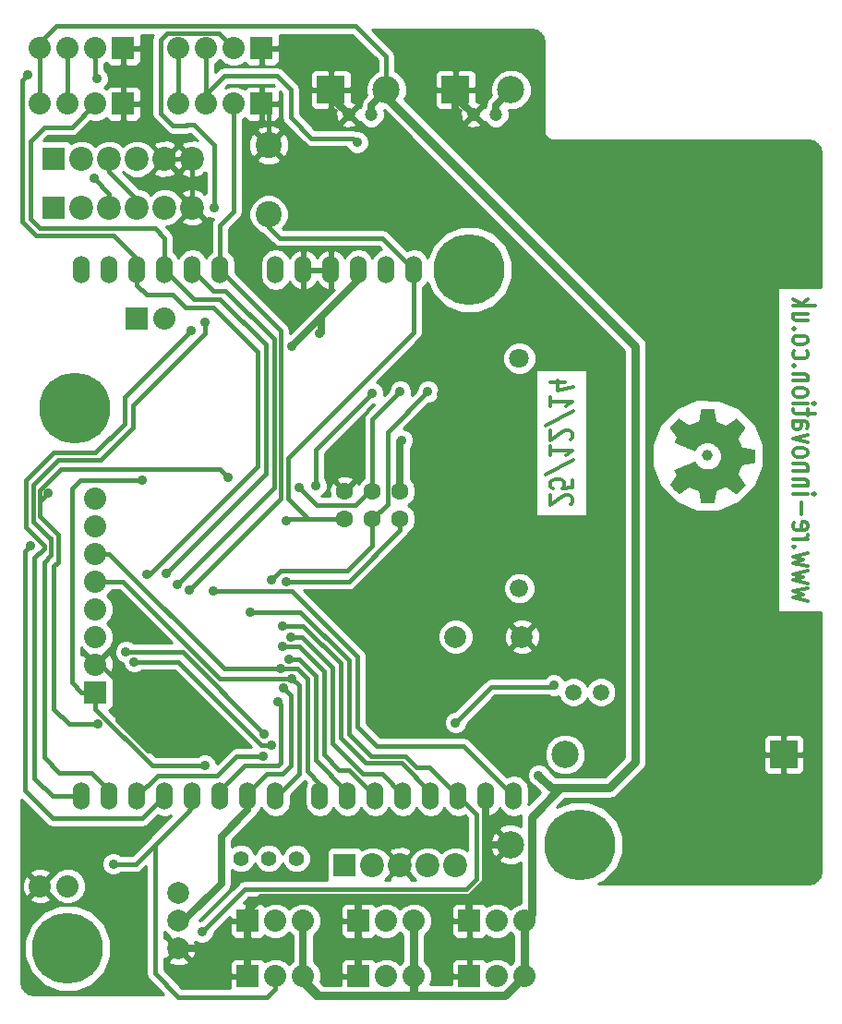
<source format=gbl>
G04 (created by PCBNEW (2013-07-07 BZR 4022)-stable) date 29/12/2014 16:26:55*
%MOIN*%
G04 Gerber Fmt 3.4, Leading zero omitted, Abs format*
%FSLAX34Y34*%
G01*
G70*
G90*
G04 APERTURE LIST*
%ADD10C,0.00590551*%
%ADD11C,0.012*%
%ADD12C,0.0001*%
%ADD13C,0.0787402*%
%ADD14R,0.0984X0.0984*%
%ADD15C,0.0984*%
%ADD16C,0.0472441*%
%ADD17C,0.0590551*%
%ADD18C,0.066*%
%ADD19C,0.0709*%
%ADD20O,0.06X0.1*%
%ADD21C,0.0945*%
%ADD22R,0.08X0.08*%
%ADD23C,0.08*%
%ADD24R,0.0827X0.0827*%
%ADD25C,0.0866*%
%ADD26C,0.063*%
%ADD27C,0.2559*%
%ADD28C,0.0787*%
%ADD29C,0.0551181*%
%ADD30C,0.0984252*%
%ADD31C,0.0394*%
%ADD32C,0.035*%
%ADD33C,0.03*%
%ADD34C,0.025*%
%ADD35C,0.015*%
%ADD36C,0.01*%
G04 APERTURE END LIST*
G54D10*
G54D11*
X59900Y-41478D02*
X59938Y-41450D01*
X59976Y-41392D01*
X59976Y-41250D01*
X59938Y-41192D01*
X59900Y-41164D01*
X59823Y-41135D01*
X59747Y-41135D01*
X59633Y-41164D01*
X59176Y-41507D01*
X59176Y-41135D01*
X59976Y-40592D02*
X59976Y-40878D01*
X59595Y-40907D01*
X59633Y-40878D01*
X59671Y-40821D01*
X59671Y-40678D01*
X59633Y-40621D01*
X59595Y-40592D01*
X59519Y-40564D01*
X59328Y-40564D01*
X59252Y-40592D01*
X59214Y-40621D01*
X59176Y-40678D01*
X59176Y-40821D01*
X59214Y-40878D01*
X59252Y-40907D01*
X60014Y-39878D02*
X58985Y-40392D01*
X59176Y-39364D02*
X59176Y-39707D01*
X59176Y-39535D02*
X59976Y-39535D01*
X59861Y-39592D01*
X59785Y-39650D01*
X59747Y-39707D01*
X59900Y-39135D02*
X59938Y-39107D01*
X59976Y-39050D01*
X59976Y-38907D01*
X59938Y-38850D01*
X59900Y-38821D01*
X59823Y-38792D01*
X59747Y-38792D01*
X59633Y-38821D01*
X59176Y-39164D01*
X59176Y-38792D01*
X60014Y-38107D02*
X58985Y-38621D01*
X59176Y-37592D02*
X59176Y-37935D01*
X59176Y-37764D02*
X59976Y-37764D01*
X59861Y-37821D01*
X59785Y-37878D01*
X59747Y-37935D01*
X59709Y-37078D02*
X59176Y-37078D01*
X60014Y-37221D02*
X59442Y-37364D01*
X59442Y-36992D01*
X68459Y-44957D02*
X67926Y-44842D01*
X68307Y-44728D01*
X67926Y-44614D01*
X68459Y-44499D01*
X68459Y-44328D02*
X67926Y-44214D01*
X68307Y-44099D01*
X67926Y-43985D01*
X68459Y-43871D01*
X68459Y-43699D02*
X67926Y-43585D01*
X68307Y-43471D01*
X67926Y-43357D01*
X68459Y-43242D01*
X68002Y-43014D02*
X67964Y-42985D01*
X67926Y-43014D01*
X67964Y-43042D01*
X68002Y-43014D01*
X67926Y-43014D01*
X67926Y-42728D02*
X68459Y-42728D01*
X68307Y-42728D02*
X68383Y-42699D01*
X68421Y-42671D01*
X68459Y-42614D01*
X68459Y-42557D01*
X67964Y-42128D02*
X67926Y-42185D01*
X67926Y-42299D01*
X67964Y-42357D01*
X68040Y-42385D01*
X68345Y-42385D01*
X68421Y-42357D01*
X68459Y-42299D01*
X68459Y-42185D01*
X68421Y-42128D01*
X68345Y-42099D01*
X68269Y-42099D01*
X68192Y-42385D01*
X68230Y-41842D02*
X68230Y-41385D01*
X67926Y-41099D02*
X68459Y-41099D01*
X68726Y-41099D02*
X68688Y-41128D01*
X68650Y-41099D01*
X68688Y-41071D01*
X68726Y-41099D01*
X68650Y-41099D01*
X68459Y-40814D02*
X67926Y-40814D01*
X68383Y-40814D02*
X68421Y-40785D01*
X68459Y-40728D01*
X68459Y-40642D01*
X68421Y-40585D01*
X68345Y-40557D01*
X67926Y-40557D01*
X68459Y-40271D02*
X67926Y-40271D01*
X68383Y-40271D02*
X68421Y-40242D01*
X68459Y-40185D01*
X68459Y-40099D01*
X68421Y-40042D01*
X68345Y-40014D01*
X67926Y-40014D01*
X67926Y-39642D02*
X67964Y-39699D01*
X68002Y-39728D01*
X68078Y-39757D01*
X68307Y-39757D01*
X68383Y-39728D01*
X68421Y-39699D01*
X68459Y-39642D01*
X68459Y-39557D01*
X68421Y-39499D01*
X68383Y-39471D01*
X68307Y-39442D01*
X68078Y-39442D01*
X68002Y-39471D01*
X67964Y-39499D01*
X67926Y-39557D01*
X67926Y-39642D01*
X68459Y-39242D02*
X67926Y-39100D01*
X68459Y-38957D01*
X67926Y-38471D02*
X68345Y-38471D01*
X68421Y-38499D01*
X68459Y-38557D01*
X68459Y-38671D01*
X68421Y-38728D01*
X67964Y-38471D02*
X67926Y-38528D01*
X67926Y-38671D01*
X67964Y-38728D01*
X68040Y-38757D01*
X68116Y-38757D01*
X68192Y-38728D01*
X68230Y-38671D01*
X68230Y-38528D01*
X68269Y-38471D01*
X68459Y-38271D02*
X68459Y-38042D01*
X68726Y-38185D02*
X68040Y-38185D01*
X67964Y-38157D01*
X67926Y-38100D01*
X67926Y-38042D01*
X67926Y-37842D02*
X68459Y-37842D01*
X68726Y-37842D02*
X68688Y-37871D01*
X68650Y-37842D01*
X68688Y-37814D01*
X68726Y-37842D01*
X68650Y-37842D01*
X67926Y-37471D02*
X67964Y-37528D01*
X68002Y-37557D01*
X68078Y-37585D01*
X68307Y-37585D01*
X68383Y-37557D01*
X68421Y-37528D01*
X68459Y-37471D01*
X68459Y-37385D01*
X68421Y-37328D01*
X68383Y-37300D01*
X68307Y-37271D01*
X68078Y-37271D01*
X68002Y-37300D01*
X67964Y-37328D01*
X67926Y-37385D01*
X67926Y-37471D01*
X68459Y-37014D02*
X67926Y-37014D01*
X68383Y-37014D02*
X68421Y-36985D01*
X68459Y-36928D01*
X68459Y-36842D01*
X68421Y-36785D01*
X68345Y-36757D01*
X67926Y-36757D01*
X68002Y-36471D02*
X67964Y-36442D01*
X67926Y-36471D01*
X67964Y-36500D01*
X68002Y-36471D01*
X67926Y-36471D01*
X67964Y-35928D02*
X67926Y-35985D01*
X67926Y-36100D01*
X67964Y-36157D01*
X68002Y-36185D01*
X68078Y-36214D01*
X68307Y-36214D01*
X68383Y-36185D01*
X68421Y-36157D01*
X68459Y-36100D01*
X68459Y-35985D01*
X68421Y-35928D01*
X67926Y-35585D02*
X67964Y-35642D01*
X68002Y-35671D01*
X68078Y-35700D01*
X68307Y-35700D01*
X68383Y-35671D01*
X68421Y-35642D01*
X68459Y-35585D01*
X68459Y-35500D01*
X68421Y-35442D01*
X68383Y-35414D01*
X68307Y-35385D01*
X68078Y-35385D01*
X68002Y-35414D01*
X67964Y-35442D01*
X67926Y-35500D01*
X67926Y-35585D01*
X68002Y-35128D02*
X67964Y-35100D01*
X67926Y-35128D01*
X67964Y-35157D01*
X68002Y-35128D01*
X67926Y-35128D01*
X68459Y-34585D02*
X67926Y-34585D01*
X68459Y-34842D02*
X68040Y-34842D01*
X67964Y-34814D01*
X67926Y-34757D01*
X67926Y-34671D01*
X67964Y-34614D01*
X68002Y-34585D01*
X67926Y-34300D02*
X68726Y-34300D01*
X68230Y-34242D02*
X67926Y-34071D01*
X68459Y-34071D02*
X68154Y-34300D01*
G54D12*
G36*
X65079Y-41442D02*
X64859Y-41442D01*
X64825Y-41442D01*
X64794Y-41442D01*
X64767Y-41442D01*
X64743Y-41442D01*
X64722Y-41442D01*
X64703Y-41442D01*
X64687Y-41442D01*
X64673Y-41442D01*
X64662Y-41441D01*
X64653Y-41441D01*
X64646Y-41441D01*
X64640Y-41441D01*
X64636Y-41440D01*
X64634Y-41440D01*
X64633Y-41440D01*
X64626Y-41435D01*
X64621Y-41428D01*
X64618Y-41420D01*
X64617Y-41417D01*
X64616Y-41411D01*
X64615Y-41402D01*
X64612Y-41390D01*
X64610Y-41376D01*
X64606Y-41359D01*
X64603Y-41340D01*
X64599Y-41320D01*
X64595Y-41297D01*
X64590Y-41274D01*
X64586Y-41249D01*
X64581Y-41223D01*
X64579Y-41211D01*
X64573Y-41180D01*
X64568Y-41152D01*
X64563Y-41127D01*
X64559Y-41105D01*
X64555Y-41086D01*
X64552Y-41069D01*
X64549Y-41054D01*
X64547Y-41042D01*
X64545Y-41032D01*
X64543Y-41023D01*
X64541Y-41016D01*
X64539Y-41011D01*
X64538Y-41006D01*
X64537Y-41003D01*
X64535Y-41001D01*
X64534Y-40999D01*
X64533Y-40997D01*
X64531Y-40996D01*
X64530Y-40995D01*
X64529Y-40995D01*
X64527Y-40994D01*
X64522Y-40992D01*
X64513Y-40988D01*
X64503Y-40984D01*
X64490Y-40979D01*
X64475Y-40972D01*
X64457Y-40965D01*
X64439Y-40958D01*
X64418Y-40950D01*
X64397Y-40941D01*
X64374Y-40932D01*
X64361Y-40927D01*
X64334Y-40916D01*
X64309Y-40906D01*
X64288Y-40897D01*
X64269Y-40890D01*
X64252Y-40883D01*
X64238Y-40878D01*
X64226Y-40873D01*
X64216Y-40869D01*
X64208Y-40867D01*
X64201Y-40864D01*
X64195Y-40863D01*
X64191Y-40862D01*
X64187Y-40861D01*
X64184Y-40861D01*
X64182Y-40861D01*
X64180Y-40862D01*
X64178Y-40863D01*
X64176Y-40863D01*
X64174Y-40864D01*
X64169Y-40868D01*
X64162Y-40873D01*
X64152Y-40879D01*
X64140Y-40887D01*
X64126Y-40896D01*
X64111Y-40907D01*
X64094Y-40919D01*
X64075Y-40931D01*
X64055Y-40945D01*
X64034Y-40959D01*
X64013Y-40974D01*
X64002Y-40981D01*
X63980Y-40996D01*
X63959Y-41011D01*
X63938Y-41025D01*
X63919Y-41038D01*
X63901Y-41050D01*
X63885Y-41061D01*
X63871Y-41071D01*
X63858Y-41080D01*
X63847Y-41087D01*
X63839Y-41093D01*
X63833Y-41097D01*
X63830Y-41099D01*
X63829Y-41099D01*
X63822Y-41101D01*
X63814Y-41100D01*
X63811Y-41099D01*
X63809Y-41098D01*
X63804Y-41094D01*
X63798Y-41087D01*
X63789Y-41079D01*
X63778Y-41069D01*
X63766Y-41056D01*
X63751Y-41042D01*
X63735Y-41026D01*
X63718Y-41009D01*
X63699Y-40990D01*
X63679Y-40970D01*
X63658Y-40949D01*
X63649Y-40940D01*
X63626Y-40917D01*
X63605Y-40896D01*
X63586Y-40877D01*
X63570Y-40861D01*
X63555Y-40846D01*
X63543Y-40833D01*
X63532Y-40822D01*
X63522Y-40813D01*
X63515Y-40804D01*
X63508Y-40797D01*
X63503Y-40792D01*
X63499Y-40787D01*
X63496Y-40783D01*
X63494Y-40780D01*
X63492Y-40777D01*
X63492Y-40775D01*
X63491Y-40773D01*
X63492Y-40771D01*
X63492Y-40769D01*
X63493Y-40768D01*
X63493Y-40767D01*
X63494Y-40765D01*
X63497Y-40760D01*
X63502Y-40752D01*
X63508Y-40743D01*
X63516Y-40731D01*
X63526Y-40717D01*
X63536Y-40701D01*
X63547Y-40684D01*
X63560Y-40666D01*
X63573Y-40647D01*
X63587Y-40627D01*
X63597Y-40612D01*
X63616Y-40584D01*
X63633Y-40560D01*
X63648Y-40538D01*
X63662Y-40518D01*
X63673Y-40501D01*
X63684Y-40486D01*
X63693Y-40472D01*
X63700Y-40461D01*
X63707Y-40452D01*
X63712Y-40444D01*
X63717Y-40437D01*
X63720Y-40432D01*
X63723Y-40427D01*
X63725Y-40424D01*
X63726Y-40421D01*
X63727Y-40419D01*
X63727Y-40418D01*
X63727Y-40417D01*
X63727Y-40416D01*
X63727Y-40414D01*
X63727Y-40413D01*
X63727Y-40412D01*
X63727Y-40410D01*
X63727Y-40407D01*
X63726Y-40405D01*
X63725Y-40401D01*
X63724Y-40398D01*
X63721Y-40392D01*
X63718Y-40386D01*
X63714Y-40377D01*
X63708Y-40367D01*
X63702Y-40355D01*
X63694Y-40339D01*
X63686Y-40325D01*
X63676Y-40306D01*
X63668Y-40291D01*
X63661Y-40277D01*
X63655Y-40267D01*
X63651Y-40258D01*
X63648Y-40251D01*
X63646Y-40245D01*
X63645Y-40241D01*
X63645Y-40238D01*
X63645Y-40235D01*
X63647Y-40233D01*
X63648Y-40231D01*
X63650Y-40230D01*
X63652Y-40229D01*
X63657Y-40226D01*
X63665Y-40223D01*
X63676Y-40218D01*
X63689Y-40212D01*
X63705Y-40206D01*
X63723Y-40198D01*
X63743Y-40190D01*
X63765Y-40180D01*
X63788Y-40171D01*
X63813Y-40160D01*
X63840Y-40149D01*
X63867Y-40138D01*
X63895Y-40126D01*
X63924Y-40114D01*
X63954Y-40102D01*
X63984Y-40089D01*
X64014Y-40077D01*
X64045Y-40064D01*
X64075Y-40051D01*
X64105Y-40039D01*
X64134Y-40027D01*
X64163Y-40015D01*
X64191Y-40004D01*
X64217Y-39993D01*
X64243Y-39982D01*
X64267Y-39972D01*
X64290Y-39963D01*
X64310Y-39955D01*
X64329Y-39947D01*
X64346Y-39940D01*
X64361Y-39934D01*
X64373Y-39930D01*
X64382Y-39926D01*
X64388Y-39923D01*
X64392Y-39922D01*
X64392Y-39922D01*
X64397Y-39922D01*
X64401Y-39923D01*
X64406Y-39926D01*
X64410Y-39930D01*
X64416Y-39937D01*
X64422Y-39947D01*
X64428Y-39955D01*
X64434Y-39964D01*
X64440Y-39974D01*
X64446Y-39982D01*
X64451Y-39989D01*
X64452Y-39992D01*
X64457Y-39998D01*
X64463Y-40005D01*
X64469Y-40014D01*
X64476Y-40023D01*
X64477Y-40025D01*
X64494Y-40046D01*
X64513Y-40067D01*
X64535Y-40087D01*
X64557Y-40107D01*
X64580Y-40124D01*
X64595Y-40135D01*
X64630Y-40155D01*
X64666Y-40172D01*
X64703Y-40186D01*
X64741Y-40198D01*
X64780Y-40205D01*
X64819Y-40210D01*
X64859Y-40211D01*
X64898Y-40209D01*
X64937Y-40204D01*
X64976Y-40196D01*
X65014Y-40184D01*
X65028Y-40179D01*
X65066Y-40162D01*
X65102Y-40142D01*
X65136Y-40120D01*
X65167Y-40095D01*
X65196Y-40067D01*
X65223Y-40037D01*
X65247Y-40004D01*
X65269Y-39970D01*
X65281Y-39946D01*
X65297Y-39910D01*
X65310Y-39875D01*
X65319Y-39840D01*
X65325Y-39803D01*
X65329Y-39766D01*
X65330Y-39736D01*
X65329Y-39718D01*
X65329Y-39702D01*
X65328Y-39688D01*
X65326Y-39674D01*
X65324Y-39658D01*
X65322Y-39647D01*
X65313Y-39610D01*
X65301Y-39573D01*
X65286Y-39537D01*
X65269Y-39502D01*
X65248Y-39469D01*
X65225Y-39438D01*
X65200Y-39408D01*
X65175Y-39384D01*
X65143Y-39358D01*
X65110Y-39334D01*
X65075Y-39314D01*
X65038Y-39297D01*
X65000Y-39283D01*
X64960Y-39272D01*
X64918Y-39264D01*
X64912Y-39263D01*
X64901Y-39262D01*
X64888Y-39261D01*
X64873Y-39261D01*
X64857Y-39261D01*
X64840Y-39261D01*
X64824Y-39262D01*
X64810Y-39263D01*
X64797Y-39264D01*
X64793Y-39264D01*
X64752Y-39271D01*
X64712Y-39282D01*
X64674Y-39296D01*
X64637Y-39313D01*
X64602Y-39333D01*
X64567Y-39357D01*
X64561Y-39361D01*
X64548Y-39372D01*
X64534Y-39385D01*
X64520Y-39399D01*
X64505Y-39414D01*
X64492Y-39428D01*
X64481Y-39442D01*
X64477Y-39447D01*
X64471Y-39455D01*
X64464Y-39464D01*
X64458Y-39473D01*
X64453Y-39479D01*
X64452Y-39480D01*
X64448Y-39486D01*
X64443Y-39494D01*
X64437Y-39503D01*
X64431Y-39512D01*
X64428Y-39517D01*
X64420Y-39528D01*
X64414Y-39537D01*
X64409Y-39543D01*
X64404Y-39547D01*
X64400Y-39549D01*
X64396Y-39550D01*
X64392Y-39550D01*
X64390Y-39549D01*
X64384Y-39547D01*
X64376Y-39543D01*
X64365Y-39539D01*
X64351Y-39534D01*
X64335Y-39527D01*
X64317Y-39520D01*
X64297Y-39512D01*
X64275Y-39503D01*
X64251Y-39493D01*
X64226Y-39483D01*
X64200Y-39472D01*
X64172Y-39460D01*
X64144Y-39449D01*
X64115Y-39437D01*
X64085Y-39424D01*
X64055Y-39412D01*
X64025Y-39399D01*
X63994Y-39387D01*
X63964Y-39374D01*
X63934Y-39362D01*
X63905Y-39350D01*
X63876Y-39338D01*
X63849Y-39326D01*
X63822Y-39315D01*
X63797Y-39305D01*
X63773Y-39294D01*
X63750Y-39285D01*
X63730Y-39276D01*
X63711Y-39269D01*
X63694Y-39261D01*
X63680Y-39255D01*
X63668Y-39250D01*
X63659Y-39246D01*
X63653Y-39244D01*
X63650Y-39242D01*
X63650Y-39242D01*
X63648Y-39240D01*
X63646Y-39238D01*
X63645Y-39236D01*
X63645Y-39233D01*
X63645Y-39229D01*
X63647Y-39225D01*
X63649Y-39219D01*
X63653Y-39211D01*
X63657Y-39201D01*
X63663Y-39190D01*
X63671Y-39176D01*
X63680Y-39159D01*
X63686Y-39147D01*
X63695Y-39129D01*
X63703Y-39115D01*
X63710Y-39102D01*
X63715Y-39093D01*
X63719Y-39085D01*
X63722Y-39078D01*
X63724Y-39073D01*
X63725Y-39070D01*
X63726Y-39067D01*
X63727Y-39064D01*
X63727Y-39062D01*
X63727Y-39060D01*
X63727Y-39058D01*
X63727Y-39057D01*
X63727Y-39056D01*
X63727Y-39055D01*
X63727Y-39054D01*
X63727Y-39052D01*
X63726Y-39050D01*
X63724Y-39047D01*
X63722Y-39043D01*
X63719Y-39039D01*
X63716Y-39033D01*
X63711Y-39026D01*
X63705Y-39017D01*
X63698Y-39007D01*
X63690Y-38995D01*
X63680Y-38981D01*
X63669Y-38965D01*
X63657Y-38947D01*
X63643Y-38926D01*
X63626Y-38903D01*
X63609Y-38878D01*
X63595Y-38857D01*
X63581Y-38837D01*
X63568Y-38817D01*
X63555Y-38799D01*
X63544Y-38782D01*
X63533Y-38766D01*
X63524Y-38752D01*
X63515Y-38741D01*
X63509Y-38731D01*
X63504Y-38723D01*
X63501Y-38719D01*
X63499Y-38717D01*
X63494Y-38708D01*
X63492Y-38700D01*
X63492Y-38692D01*
X63492Y-38692D01*
X63493Y-38690D01*
X63497Y-38686D01*
X63503Y-38679D01*
X63512Y-38670D01*
X63523Y-38659D01*
X63536Y-38645D01*
X63552Y-38629D01*
X63571Y-38610D01*
X63591Y-38589D01*
X63615Y-38566D01*
X63641Y-38540D01*
X63651Y-38530D01*
X63674Y-38507D01*
X63695Y-38486D01*
X63714Y-38467D01*
X63730Y-38451D01*
X63745Y-38436D01*
X63757Y-38423D01*
X63769Y-38413D01*
X63778Y-38403D01*
X63786Y-38395D01*
X63793Y-38389D01*
X63798Y-38384D01*
X63803Y-38380D01*
X63807Y-38376D01*
X63810Y-38374D01*
X63812Y-38373D01*
X63813Y-38372D01*
X63815Y-38371D01*
X63815Y-38371D01*
X63821Y-38370D01*
X63826Y-38371D01*
X63827Y-38371D01*
X63829Y-38373D01*
X63834Y-38376D01*
X63841Y-38380D01*
X63851Y-38387D01*
X63862Y-38395D01*
X63876Y-38404D01*
X63892Y-38415D01*
X63909Y-38426D01*
X63928Y-38439D01*
X63947Y-38453D01*
X63968Y-38467D01*
X63990Y-38482D01*
X64000Y-38489D01*
X64022Y-38504D01*
X64043Y-38518D01*
X64063Y-38532D01*
X64083Y-38545D01*
X64100Y-38558D01*
X64117Y-38569D01*
X64132Y-38579D01*
X64145Y-38588D01*
X64155Y-38595D01*
X64164Y-38601D01*
X64170Y-38605D01*
X64174Y-38607D01*
X64174Y-38607D01*
X64176Y-38608D01*
X64178Y-38609D01*
X64181Y-38610D01*
X64183Y-38611D01*
X64186Y-38611D01*
X64190Y-38610D01*
X64194Y-38609D01*
X64199Y-38608D01*
X64206Y-38606D01*
X64214Y-38603D01*
X64224Y-38599D01*
X64236Y-38595D01*
X64250Y-38589D01*
X64266Y-38583D01*
X64284Y-38576D01*
X64306Y-38567D01*
X64330Y-38558D01*
X64357Y-38547D01*
X64361Y-38545D01*
X64384Y-38536D01*
X64406Y-38527D01*
X64427Y-38518D01*
X64447Y-38511D01*
X64465Y-38503D01*
X64481Y-38497D01*
X64496Y-38491D01*
X64508Y-38486D01*
X64517Y-38482D01*
X64524Y-38479D01*
X64528Y-38477D01*
X64529Y-38477D01*
X64531Y-38476D01*
X64532Y-38475D01*
X64533Y-38474D01*
X64535Y-38472D01*
X64536Y-38470D01*
X64537Y-38467D01*
X64539Y-38463D01*
X64540Y-38458D01*
X64542Y-38452D01*
X64544Y-38444D01*
X64546Y-38434D01*
X64548Y-38423D01*
X64551Y-38409D01*
X64554Y-38393D01*
X64557Y-38375D01*
X64561Y-38354D01*
X64566Y-38331D01*
X64571Y-38304D01*
X64576Y-38274D01*
X64579Y-38260D01*
X64584Y-38234D01*
X64588Y-38209D01*
X64593Y-38184D01*
X64597Y-38161D01*
X64601Y-38140D01*
X64605Y-38120D01*
X64608Y-38102D01*
X64611Y-38087D01*
X64614Y-38074D01*
X64616Y-38064D01*
X64617Y-38056D01*
X64618Y-38052D01*
X64618Y-38051D01*
X64622Y-38043D01*
X64628Y-38036D01*
X64635Y-38031D01*
X64637Y-38031D01*
X64640Y-38030D01*
X64645Y-38030D01*
X64653Y-38030D01*
X64663Y-38029D01*
X64677Y-38029D01*
X64694Y-38029D01*
X64714Y-38029D01*
X64736Y-38029D01*
X64763Y-38029D01*
X64792Y-38029D01*
X64825Y-38029D01*
X64861Y-38029D01*
X64862Y-38029D01*
X65079Y-38030D01*
X65086Y-38035D01*
X65090Y-38039D01*
X65093Y-38043D01*
X65094Y-38044D01*
X65095Y-38047D01*
X65096Y-38052D01*
X65097Y-38061D01*
X65100Y-38072D01*
X65102Y-38086D01*
X65105Y-38103D01*
X65109Y-38121D01*
X65113Y-38142D01*
X65117Y-38164D01*
X65122Y-38188D01*
X65126Y-38213D01*
X65131Y-38239D01*
X65135Y-38259D01*
X65141Y-38292D01*
X65147Y-38324D01*
X65152Y-38352D01*
X65157Y-38378D01*
X65162Y-38401D01*
X65165Y-38421D01*
X65169Y-38438D01*
X65172Y-38452D01*
X65174Y-38463D01*
X65176Y-38470D01*
X65177Y-38475D01*
X65177Y-38475D01*
X65181Y-38481D01*
X65186Y-38486D01*
X65187Y-38487D01*
X65190Y-38488D01*
X65196Y-38491D01*
X65204Y-38495D01*
X65215Y-38500D01*
X65228Y-38506D01*
X65242Y-38512D01*
X65259Y-38519D01*
X65276Y-38527D01*
X65295Y-38535D01*
X65314Y-38543D01*
X65334Y-38551D01*
X65354Y-38560D01*
X65373Y-38568D01*
X65393Y-38577D01*
X65412Y-38585D01*
X65429Y-38592D01*
X65446Y-38599D01*
X65461Y-38605D01*
X65474Y-38611D01*
X65486Y-38615D01*
X65494Y-38619D01*
X65501Y-38621D01*
X65504Y-38623D01*
X65504Y-38623D01*
X65511Y-38623D01*
X65517Y-38621D01*
X65518Y-38621D01*
X65520Y-38620D01*
X65525Y-38617D01*
X65533Y-38612D01*
X65543Y-38605D01*
X65555Y-38597D01*
X65569Y-38588D01*
X65585Y-38577D01*
X65602Y-38565D01*
X65621Y-38552D01*
X65641Y-38539D01*
X65662Y-38524D01*
X65685Y-38509D01*
X65702Y-38497D01*
X65725Y-38482D01*
X65747Y-38467D01*
X65768Y-38452D01*
X65788Y-38439D01*
X65806Y-38426D01*
X65823Y-38414D01*
X65838Y-38404D01*
X65852Y-38395D01*
X65863Y-38387D01*
X65873Y-38381D01*
X65880Y-38376D01*
X65884Y-38373D01*
X65885Y-38372D01*
X65891Y-38371D01*
X65898Y-38371D01*
X65900Y-38371D01*
X65901Y-38372D01*
X65902Y-38372D01*
X65904Y-38373D01*
X65906Y-38375D01*
X65909Y-38377D01*
X65913Y-38380D01*
X65917Y-38384D01*
X65923Y-38389D01*
X65929Y-38395D01*
X65937Y-38403D01*
X65946Y-38412D01*
X65957Y-38422D01*
X65969Y-38435D01*
X65983Y-38449D01*
X65999Y-38465D01*
X66018Y-38483D01*
X66038Y-38503D01*
X66061Y-38526D01*
X66064Y-38529D01*
X66087Y-38552D01*
X66108Y-38573D01*
X66126Y-38592D01*
X66143Y-38608D01*
X66157Y-38623D01*
X66170Y-38636D01*
X66181Y-38647D01*
X66190Y-38656D01*
X66198Y-38664D01*
X66204Y-38671D01*
X66209Y-38676D01*
X66213Y-38681D01*
X66216Y-38684D01*
X66219Y-38687D01*
X66220Y-38689D01*
X66221Y-38691D01*
X66222Y-38692D01*
X66222Y-38693D01*
X66222Y-38699D01*
X66221Y-38705D01*
X66221Y-38705D01*
X66220Y-38707D01*
X66217Y-38712D01*
X66212Y-38720D01*
X66206Y-38729D01*
X66198Y-38741D01*
X66188Y-38755D01*
X66178Y-38771D01*
X66166Y-38788D01*
X66153Y-38807D01*
X66139Y-38827D01*
X66125Y-38848D01*
X66110Y-38871D01*
X66097Y-38889D01*
X66081Y-38912D01*
X66066Y-38934D01*
X66052Y-38955D01*
X66038Y-38975D01*
X66025Y-38994D01*
X66013Y-39011D01*
X66003Y-39027D01*
X65993Y-39041D01*
X65985Y-39053D01*
X65979Y-39062D01*
X65974Y-39069D01*
X65971Y-39074D01*
X65970Y-39076D01*
X65968Y-39078D01*
X65967Y-39080D01*
X65967Y-39083D01*
X65966Y-39085D01*
X65966Y-39088D01*
X65966Y-39092D01*
X65967Y-39097D01*
X65969Y-39103D01*
X65971Y-39110D01*
X65974Y-39119D01*
X65978Y-39129D01*
X65983Y-39141D01*
X65989Y-39156D01*
X65996Y-39173D01*
X66004Y-39192D01*
X66013Y-39214D01*
X66023Y-39239D01*
X66028Y-39253D01*
X66040Y-39282D01*
X66051Y-39307D01*
X66060Y-39330D01*
X66068Y-39349D01*
X66075Y-39365D01*
X66081Y-39379D01*
X66086Y-39390D01*
X66090Y-39398D01*
X66092Y-39404D01*
X66094Y-39407D01*
X66094Y-39407D01*
X66099Y-39411D01*
X66105Y-39414D01*
X66106Y-39415D01*
X66109Y-39415D01*
X66115Y-39417D01*
X66124Y-39418D01*
X66136Y-39421D01*
X66150Y-39423D01*
X66167Y-39427D01*
X66186Y-39430D01*
X66207Y-39434D01*
X66229Y-39439D01*
X66253Y-39443D01*
X66279Y-39448D01*
X66305Y-39453D01*
X66330Y-39457D01*
X66357Y-39462D01*
X66383Y-39467D01*
X66408Y-39472D01*
X66432Y-39477D01*
X66454Y-39481D01*
X66475Y-39485D01*
X66493Y-39488D01*
X66509Y-39491D01*
X66523Y-39494D01*
X66534Y-39496D01*
X66543Y-39498D01*
X66548Y-39499D01*
X66550Y-39500D01*
X66554Y-39503D01*
X66558Y-39507D01*
X66559Y-39508D01*
X66563Y-39514D01*
X66563Y-39736D01*
X66563Y-39958D01*
X66558Y-39964D01*
X66554Y-39969D01*
X66550Y-39972D01*
X66549Y-39973D01*
X66546Y-39973D01*
X66541Y-39974D01*
X66532Y-39976D01*
X66520Y-39978D01*
X66506Y-39981D01*
X66490Y-39984D01*
X66471Y-39988D01*
X66450Y-39992D01*
X66428Y-39996D01*
X66404Y-40001D01*
X66379Y-40005D01*
X66352Y-40010D01*
X66325Y-40015D01*
X66293Y-40021D01*
X66263Y-40027D01*
X66237Y-40032D01*
X66213Y-40036D01*
X66193Y-40040D01*
X66175Y-40044D01*
X66159Y-40047D01*
X66146Y-40049D01*
X66134Y-40052D01*
X66125Y-40054D01*
X66117Y-40056D01*
X66111Y-40057D01*
X66105Y-40059D01*
X66101Y-40060D01*
X66098Y-40061D01*
X66096Y-40063D01*
X66095Y-40064D01*
X66093Y-40065D01*
X66092Y-40067D01*
X66091Y-40068D01*
X66091Y-40069D01*
X66090Y-40071D01*
X66087Y-40076D01*
X66084Y-40084D01*
X66080Y-40095D01*
X66074Y-40108D01*
X66068Y-40123D01*
X66061Y-40140D01*
X66053Y-40158D01*
X66045Y-40178D01*
X66037Y-40199D01*
X66028Y-40221D01*
X66028Y-40221D01*
X66017Y-40247D01*
X66007Y-40271D01*
X65999Y-40291D01*
X65991Y-40309D01*
X65985Y-40325D01*
X65980Y-40338D01*
X65976Y-40349D01*
X65972Y-40359D01*
X65970Y-40367D01*
X65968Y-40373D01*
X65967Y-40379D01*
X65966Y-40383D01*
X65966Y-40386D01*
X65967Y-40389D01*
X65967Y-40392D01*
X65969Y-40394D01*
X65970Y-40397D01*
X65972Y-40399D01*
X65973Y-40402D01*
X65977Y-40407D01*
X65982Y-40415D01*
X65989Y-40426D01*
X65998Y-40438D01*
X66008Y-40452D01*
X66019Y-40469D01*
X66031Y-40486D01*
X66044Y-40506D01*
X66058Y-40526D01*
X66073Y-40547D01*
X66088Y-40569D01*
X66099Y-40585D01*
X66114Y-40608D01*
X66129Y-40629D01*
X66143Y-40650D01*
X66157Y-40670D01*
X66169Y-40688D01*
X66181Y-40705D01*
X66191Y-40721D01*
X66200Y-40734D01*
X66207Y-40745D01*
X66214Y-40754D01*
X66218Y-40761D01*
X66220Y-40765D01*
X66221Y-40767D01*
X66222Y-40772D01*
X66222Y-40778D01*
X66222Y-40779D01*
X66221Y-40780D01*
X66221Y-40782D01*
X66219Y-40784D01*
X66217Y-40786D01*
X66214Y-40790D01*
X66211Y-40794D01*
X66206Y-40799D01*
X66200Y-40805D01*
X66193Y-40813D01*
X66184Y-40822D01*
X66174Y-40832D01*
X66162Y-40844D01*
X66148Y-40858D01*
X66132Y-40874D01*
X66115Y-40892D01*
X66095Y-40912D01*
X66072Y-40934D01*
X66064Y-40943D01*
X66041Y-40966D01*
X66020Y-40986D01*
X66001Y-41005D01*
X65985Y-41021D01*
X65971Y-41036D01*
X65958Y-41048D01*
X65947Y-41059D01*
X65938Y-41068D01*
X65930Y-41076D01*
X65923Y-41082D01*
X65918Y-41087D01*
X65913Y-41091D01*
X65910Y-41094D01*
X65907Y-41097D01*
X65904Y-41098D01*
X65903Y-41099D01*
X65901Y-41100D01*
X65900Y-41101D01*
X65899Y-41101D01*
X65898Y-41101D01*
X65891Y-41101D01*
X65885Y-41099D01*
X65883Y-41098D01*
X65878Y-41095D01*
X65871Y-41090D01*
X65861Y-41083D01*
X65849Y-41075D01*
X65835Y-41066D01*
X65819Y-41055D01*
X65802Y-41043D01*
X65783Y-41030D01*
X65763Y-41017D01*
X65742Y-41002D01*
X65720Y-40987D01*
X65704Y-40976D01*
X65681Y-40960D01*
X65660Y-40945D01*
X65639Y-40931D01*
X65619Y-40918D01*
X65600Y-40905D01*
X65583Y-40893D01*
X65568Y-40883D01*
X65554Y-40874D01*
X65542Y-40866D01*
X65533Y-40860D01*
X65526Y-40855D01*
X65522Y-40853D01*
X65520Y-40852D01*
X65511Y-40849D01*
X65505Y-40849D01*
X65503Y-40850D01*
X65497Y-40852D01*
X65489Y-40855D01*
X65478Y-40860D01*
X65465Y-40865D01*
X65450Y-40871D01*
X65434Y-40878D01*
X65417Y-40885D01*
X65398Y-40893D01*
X65379Y-40901D01*
X65359Y-40910D01*
X65339Y-40918D01*
X65319Y-40926D01*
X65300Y-40935D01*
X65281Y-40943D01*
X65263Y-40951D01*
X65246Y-40958D01*
X65231Y-40965D01*
X65218Y-40970D01*
X65206Y-40976D01*
X65197Y-40980D01*
X65191Y-40983D01*
X65187Y-40984D01*
X65187Y-40985D01*
X65182Y-40989D01*
X65178Y-40995D01*
X65177Y-40996D01*
X65176Y-40999D01*
X65175Y-41006D01*
X65173Y-41015D01*
X65170Y-41028D01*
X65167Y-41044D01*
X65163Y-41063D01*
X65159Y-41085D01*
X65154Y-41110D01*
X65149Y-41137D01*
X65143Y-41168D01*
X65137Y-41200D01*
X65135Y-41210D01*
X65130Y-41237D01*
X65126Y-41263D01*
X65121Y-41288D01*
X65117Y-41311D01*
X65113Y-41333D01*
X65109Y-41353D01*
X65105Y-41371D01*
X65102Y-41387D01*
X65100Y-41400D01*
X65098Y-41411D01*
X65096Y-41418D01*
X65095Y-41423D01*
X65095Y-41424D01*
X65091Y-41431D01*
X65086Y-41437D01*
X65079Y-41442D01*
X65079Y-41442D01*
X65079Y-41442D01*
G37*
G54D13*
X45750Y-56500D03*
X45750Y-57500D03*
X45750Y-55500D03*
G54D14*
X55750Y-26500D03*
G54D15*
X57750Y-26500D03*
G54D16*
X56400Y-27400D03*
X57200Y-27400D03*
G54D17*
X60000Y-48250D03*
X61000Y-48250D03*
G54D18*
X58050Y-44500D03*
G54D19*
X58050Y-36200D03*
G54D14*
X67600Y-50500D03*
G54D15*
X59700Y-50500D03*
G54D20*
X42250Y-33000D03*
X43250Y-33000D03*
X44250Y-33000D03*
X47250Y-33000D03*
X46250Y-33000D03*
X45250Y-33000D03*
X49250Y-33000D03*
X50250Y-33000D03*
X51250Y-33000D03*
X53250Y-33000D03*
X54250Y-33000D03*
X42250Y-52000D03*
X43250Y-52000D03*
X44250Y-52000D03*
X45250Y-52000D03*
X46250Y-52000D03*
X47250Y-52000D03*
X48250Y-52000D03*
X49250Y-52000D03*
X50850Y-52000D03*
X51850Y-52000D03*
X52850Y-52000D03*
X53850Y-52000D03*
X54850Y-52000D03*
X55850Y-52000D03*
X56850Y-52000D03*
X57850Y-52000D03*
X52250Y-33000D03*
G54D21*
X49000Y-28500D03*
X49000Y-31000D03*
G54D22*
X42750Y-48250D03*
G54D23*
X42750Y-47250D03*
X42750Y-46250D03*
X42750Y-45250D03*
X42750Y-44250D03*
X42750Y-43250D03*
X42750Y-42250D03*
X42750Y-41250D03*
G54D24*
X41250Y-29000D03*
G54D25*
X42250Y-29000D03*
X43250Y-29000D03*
X44250Y-29000D03*
X45250Y-29000D03*
X46250Y-29000D03*
G54D24*
X41250Y-30750D03*
G54D25*
X42250Y-30750D03*
X43250Y-30750D03*
X44250Y-30750D03*
X45250Y-30750D03*
X46250Y-30750D03*
G54D22*
X52250Y-58500D03*
G54D23*
X53250Y-58500D03*
X54250Y-58500D03*
G54D22*
X52250Y-56500D03*
G54D23*
X53250Y-56500D03*
X54250Y-56500D03*
G54D22*
X48250Y-58500D03*
G54D23*
X49250Y-58500D03*
X50250Y-58500D03*
G54D22*
X48250Y-56500D03*
G54D23*
X49250Y-56500D03*
X50250Y-56500D03*
G54D22*
X56250Y-56500D03*
G54D23*
X57250Y-56500D03*
X58250Y-56500D03*
G54D22*
X56250Y-58500D03*
G54D23*
X57250Y-58500D03*
X58250Y-58500D03*
G54D22*
X44250Y-34750D03*
G54D23*
X45250Y-34750D03*
G54D26*
X53750Y-42000D03*
X53750Y-41000D03*
X52750Y-42000D03*
X52750Y-41000D03*
X51750Y-42000D03*
X51750Y-41000D03*
G54D27*
X60250Y-53750D03*
X41750Y-57500D03*
X56250Y-33000D03*
X42000Y-38000D03*
G54D28*
X55750Y-46250D03*
X58150Y-46250D03*
G54D22*
X43750Y-27000D03*
G54D23*
X42750Y-27000D03*
X41750Y-27000D03*
X40750Y-27000D03*
G54D22*
X43750Y-25000D03*
G54D23*
X42750Y-25000D03*
X41750Y-25000D03*
X40750Y-25000D03*
G54D22*
X48750Y-25000D03*
G54D23*
X47750Y-25000D03*
X46750Y-25000D03*
X45750Y-25000D03*
G54D22*
X48750Y-27000D03*
G54D23*
X47750Y-27000D03*
X46750Y-27000D03*
X45750Y-27000D03*
G54D14*
X51250Y-26500D03*
G54D15*
X53250Y-26500D03*
G54D16*
X51900Y-27400D03*
X52700Y-27400D03*
G54D24*
X51750Y-54500D03*
G54D25*
X52750Y-54500D03*
X53750Y-54500D03*
X54750Y-54500D03*
X55750Y-54500D03*
G54D23*
X41750Y-55250D03*
X40750Y-55250D03*
G54D29*
X50000Y-54250D03*
X48000Y-54250D03*
X49000Y-54250D03*
G54D30*
X57750Y-53750D03*
G54D31*
X64850Y-39700D03*
G54D32*
X58750Y-51250D03*
X49850Y-35750D03*
X44450Y-40600D03*
X46700Y-50900D03*
X53800Y-39150D03*
X50850Y-35300D03*
X46150Y-44550D03*
X47050Y-30750D03*
X45700Y-44350D03*
X45300Y-43950D03*
X44600Y-44000D03*
X42800Y-26100D03*
X40300Y-25950D03*
X43850Y-46800D03*
X48850Y-49750D03*
X44150Y-47150D03*
X49100Y-50150D03*
X50700Y-40800D03*
X52750Y-37450D03*
X49500Y-46600D03*
X50100Y-40850D03*
X53750Y-37400D03*
X49800Y-46250D03*
X49650Y-44250D03*
X49500Y-45850D03*
X46600Y-56900D03*
X49100Y-44200D03*
X54750Y-37400D03*
X48350Y-45350D03*
X48800Y-50550D03*
X40400Y-42950D03*
X43400Y-54450D03*
X49350Y-48600D03*
X49550Y-48100D03*
X49850Y-47750D03*
X49450Y-47400D03*
X46200Y-35200D03*
X46700Y-34900D03*
X47000Y-44600D03*
X49750Y-47050D03*
X52200Y-28400D03*
X59200Y-28800D03*
X55150Y-47000D03*
X53900Y-48650D03*
X45700Y-50350D03*
X58050Y-38800D03*
X55250Y-37500D03*
X42700Y-29700D03*
X55750Y-49350D03*
X59300Y-48000D03*
X41050Y-41050D03*
X47550Y-40500D03*
X49650Y-42050D03*
X42850Y-49400D03*
G54D33*
X59750Y-51700D02*
X59200Y-51700D01*
X59200Y-51700D02*
X58750Y-51250D01*
X58250Y-58500D02*
X58250Y-56500D01*
X54250Y-59200D02*
X57550Y-59200D01*
X57550Y-59200D02*
X58250Y-58500D01*
X54250Y-58500D02*
X54250Y-59200D01*
X54250Y-56500D02*
X54250Y-58500D01*
X53250Y-26500D02*
X53250Y-26750D01*
X53250Y-26750D02*
X62250Y-35750D01*
X62250Y-35750D02*
X62250Y-50750D01*
X62250Y-50750D02*
X61300Y-51700D01*
X61300Y-51700D02*
X60000Y-51700D01*
X58500Y-56250D02*
X58250Y-56500D01*
X60000Y-51700D02*
X59750Y-51700D01*
X59750Y-51700D02*
X59550Y-51700D01*
X59550Y-51700D02*
X58500Y-52750D01*
X58500Y-52750D02*
X58500Y-56250D01*
G54D34*
X53750Y-41000D02*
X53750Y-39200D01*
X53750Y-39200D02*
X53800Y-39150D01*
X50900Y-34700D02*
X50900Y-35250D01*
X50900Y-35250D02*
X50850Y-35300D01*
X52250Y-33350D02*
X52250Y-33000D01*
X49850Y-35750D02*
X50900Y-34700D01*
X50900Y-34700D02*
X52250Y-33350D01*
X50250Y-58500D02*
X50250Y-58600D01*
X50250Y-58600D02*
X50850Y-59200D01*
X50850Y-59200D02*
X54250Y-59200D01*
X57550Y-59200D02*
X58250Y-58500D01*
X50250Y-56500D02*
X50250Y-58500D01*
X52700Y-27400D02*
X52700Y-27050D01*
X52700Y-27050D02*
X53250Y-26500D01*
G54D35*
X40750Y-25000D02*
X40750Y-24800D01*
X53250Y-25300D02*
X53250Y-26500D01*
X52150Y-24200D02*
X53250Y-25300D01*
X41350Y-24200D02*
X52150Y-24200D01*
X40750Y-24800D02*
X41350Y-24200D01*
X45750Y-27000D02*
X45750Y-25000D01*
X52700Y-27050D02*
X53250Y-26500D01*
X44450Y-40600D02*
X42200Y-40600D01*
X42250Y-48250D02*
X42750Y-48250D01*
X41900Y-47900D02*
X42250Y-48250D01*
X41900Y-40900D02*
X41900Y-47900D01*
X42200Y-40600D02*
X41900Y-40900D01*
X42750Y-48250D02*
X42750Y-48850D01*
X44800Y-50900D02*
X46700Y-50900D01*
X42750Y-48850D02*
X44800Y-50900D01*
X53750Y-39200D02*
X53800Y-39150D01*
X40750Y-27000D02*
X40750Y-25000D01*
X54250Y-58500D02*
X54250Y-59250D01*
X54250Y-59250D02*
X54350Y-59250D01*
X50250Y-58500D02*
X50250Y-58800D01*
X50700Y-59250D02*
X54350Y-59250D01*
X50250Y-58800D02*
X50700Y-59250D01*
X54350Y-59250D02*
X55100Y-59250D01*
X57500Y-59250D02*
X58250Y-58500D01*
X55100Y-59250D02*
X57500Y-59250D01*
X47250Y-33000D02*
X47250Y-31400D01*
X47750Y-30900D02*
X47750Y-27000D01*
X47250Y-31400D02*
X47750Y-30900D01*
X49450Y-35200D02*
X47250Y-33000D01*
X49450Y-41250D02*
X49450Y-35200D01*
X46150Y-44550D02*
X49450Y-41250D01*
X46675Y-28125D02*
X47050Y-28500D01*
X47050Y-28500D02*
X47050Y-30750D01*
X46050Y-27750D02*
X46050Y-27800D01*
X46300Y-27750D02*
X46050Y-27750D01*
X46675Y-28125D02*
X46300Y-27750D01*
X47000Y-33750D02*
X46250Y-33000D01*
X47450Y-33750D02*
X47000Y-33750D01*
X49200Y-35500D02*
X47450Y-33750D01*
X49200Y-40850D02*
X49200Y-35500D01*
X45700Y-44350D02*
X49200Y-40850D01*
X47200Y-24450D02*
X47750Y-25000D01*
X45350Y-24450D02*
X47200Y-24450D01*
X45100Y-24700D02*
X45350Y-24450D01*
X45100Y-27350D02*
X45100Y-24700D01*
X45550Y-27800D02*
X45100Y-27350D01*
X46050Y-27800D02*
X45550Y-27800D01*
X45250Y-33000D02*
X45250Y-31850D01*
X40750Y-31500D02*
X40400Y-31150D01*
X44900Y-31500D02*
X40750Y-31500D01*
X45250Y-31850D02*
X44900Y-31500D01*
X46300Y-34050D02*
X45250Y-33000D01*
X47250Y-34050D02*
X46300Y-34050D01*
X48900Y-35700D02*
X47250Y-34050D01*
X48900Y-40350D02*
X48900Y-35700D01*
X45300Y-43950D02*
X48900Y-40350D01*
X41900Y-27850D02*
X42750Y-27000D01*
X40900Y-27850D02*
X41900Y-27850D01*
X40400Y-28350D02*
X40900Y-27850D01*
X40400Y-31150D02*
X40400Y-28350D01*
X44250Y-33000D02*
X44250Y-32600D01*
X40600Y-31750D02*
X40100Y-31250D01*
X43400Y-31750D02*
X40600Y-31750D01*
X44250Y-32600D02*
X43400Y-31750D01*
X44250Y-33000D02*
X44250Y-33550D01*
X44700Y-44000D02*
X44600Y-44000D01*
X48600Y-40100D02*
X44700Y-44000D01*
X48600Y-35950D02*
X48600Y-40100D01*
X47000Y-34350D02*
X48600Y-35950D01*
X46000Y-34350D02*
X47000Y-34350D01*
X45550Y-33900D02*
X46000Y-34350D01*
X44600Y-33900D02*
X45550Y-33900D01*
X44250Y-33550D02*
X44600Y-33900D01*
X42750Y-26050D02*
X42750Y-25000D01*
X42800Y-26100D02*
X42750Y-26050D01*
X40100Y-26150D02*
X40300Y-25950D01*
X40100Y-31250D02*
X40100Y-26150D01*
X45900Y-46800D02*
X43850Y-46800D01*
X48850Y-49750D02*
X45900Y-46800D01*
X45750Y-47150D02*
X44150Y-47150D01*
X48750Y-50150D02*
X45750Y-47150D01*
X49100Y-50150D02*
X48750Y-50150D01*
X50700Y-39500D02*
X50700Y-40800D01*
X52750Y-37450D02*
X50700Y-39500D01*
X52850Y-52000D02*
X51900Y-51050D01*
X50100Y-46600D02*
X49500Y-46600D01*
X51000Y-47500D02*
X50100Y-46600D01*
X51000Y-50500D02*
X51000Y-47500D01*
X51550Y-51050D02*
X51000Y-50500D01*
X51900Y-51050D02*
X51550Y-51050D01*
X52750Y-41000D02*
X52650Y-41000D01*
X50750Y-41500D02*
X50100Y-40850D01*
X52150Y-41500D02*
X50750Y-41500D01*
X52650Y-41000D02*
X52150Y-41500D01*
X52750Y-38400D02*
X52750Y-41000D01*
X53750Y-37400D02*
X52750Y-38400D01*
X53850Y-52000D02*
X53850Y-51950D01*
X53850Y-51950D02*
X53100Y-51200D01*
X53100Y-51200D02*
X52400Y-51200D01*
X52400Y-51200D02*
X51300Y-50100D01*
X51300Y-50100D02*
X51300Y-47350D01*
X51300Y-47350D02*
X50200Y-46250D01*
X50200Y-46250D02*
X49800Y-46250D01*
X53750Y-42000D02*
X53750Y-42400D01*
X51900Y-44250D02*
X49650Y-44250D01*
X53750Y-42400D02*
X51900Y-44250D01*
X54850Y-52000D02*
X54850Y-51850D01*
X50250Y-45850D02*
X49500Y-45850D01*
X51600Y-47200D02*
X50250Y-45850D01*
X51600Y-49900D02*
X51600Y-47200D01*
X52500Y-50800D02*
X51600Y-49900D01*
X53800Y-50800D02*
X52500Y-50800D01*
X54850Y-51850D02*
X53800Y-50800D01*
X46600Y-56900D02*
X48050Y-55450D01*
X56500Y-52650D02*
X55850Y-52000D01*
X56500Y-55000D02*
X56500Y-52650D01*
X56150Y-55350D02*
X56500Y-55000D01*
X48150Y-55350D02*
X56150Y-55350D01*
X48050Y-55450D02*
X48150Y-55350D01*
X52750Y-42000D02*
X52750Y-42950D01*
X49450Y-43850D02*
X49100Y-44200D01*
X51850Y-43850D02*
X49450Y-43850D01*
X52750Y-42950D02*
X51850Y-43850D01*
X53300Y-41450D02*
X52750Y-42000D01*
X53300Y-38850D02*
X53300Y-41450D01*
X54750Y-37400D02*
X53300Y-38850D01*
X55850Y-52000D02*
X54800Y-50950D01*
X54800Y-50950D02*
X54350Y-50950D01*
X54350Y-50950D02*
X53950Y-50550D01*
X53950Y-50550D02*
X52700Y-50550D01*
X52700Y-50550D02*
X51900Y-49750D01*
X51900Y-49750D02*
X51900Y-47100D01*
X51900Y-47100D02*
X50150Y-45350D01*
X50150Y-45350D02*
X48350Y-45350D01*
X45000Y-51250D02*
X44250Y-52000D01*
X47150Y-51250D02*
X45000Y-51250D01*
X47850Y-50550D02*
X47150Y-51250D01*
X48350Y-50550D02*
X47850Y-50550D01*
X48800Y-50550D02*
X48350Y-50550D01*
X40200Y-51600D02*
X40200Y-51800D01*
X44450Y-52800D02*
X45250Y-52000D01*
X41200Y-52800D02*
X44450Y-52800D01*
X40200Y-51800D02*
X41200Y-52800D01*
X40400Y-42950D02*
X40200Y-43150D01*
X40200Y-43150D02*
X40200Y-51600D01*
X46025Y-52625D02*
X44900Y-53750D01*
X49250Y-58950D02*
X49250Y-58500D01*
X48950Y-59250D02*
X49250Y-58950D01*
X45750Y-59250D02*
X48950Y-59250D01*
X44900Y-58400D02*
X45750Y-59250D01*
X44900Y-53750D02*
X44900Y-58400D01*
X46250Y-52000D02*
X46250Y-52400D01*
X44200Y-54450D02*
X43400Y-54450D01*
X46250Y-52400D02*
X46025Y-52625D01*
X46025Y-52625D02*
X44200Y-54450D01*
X47250Y-52000D02*
X47250Y-51800D01*
X47250Y-51800D02*
X48150Y-50900D01*
X48150Y-50900D02*
X49350Y-50900D01*
X49350Y-50900D02*
X49450Y-50800D01*
X49450Y-50800D02*
X49450Y-48700D01*
X49450Y-48700D02*
X49350Y-48600D01*
G54D34*
X45750Y-56500D02*
X45950Y-56500D01*
X48250Y-52500D02*
X48250Y-52000D01*
X47300Y-53450D02*
X48250Y-52500D01*
X47300Y-55150D02*
X47300Y-53450D01*
X45950Y-56500D02*
X47300Y-55150D01*
G54D35*
X48250Y-52000D02*
X48250Y-51900D01*
X49800Y-48350D02*
X49550Y-48100D01*
X49800Y-50900D02*
X49800Y-48350D01*
X49500Y-51200D02*
X49800Y-50900D01*
X48950Y-51200D02*
X49500Y-51200D01*
X48250Y-51900D02*
X48950Y-51200D01*
X50100Y-48400D02*
X50100Y-48000D01*
X50100Y-48000D02*
X49850Y-47750D01*
X49850Y-47750D02*
X47250Y-47750D01*
X47250Y-47750D02*
X43750Y-44250D01*
X43750Y-44250D02*
X42750Y-44250D01*
X49250Y-52000D02*
X49300Y-52000D01*
X50100Y-48000D02*
X49850Y-47750D01*
X50100Y-51200D02*
X50100Y-48400D01*
X49300Y-52000D02*
X50100Y-51200D01*
X49800Y-47400D02*
X47400Y-47400D01*
X43250Y-43250D02*
X42750Y-43250D01*
X47400Y-47400D02*
X43250Y-43250D01*
X50850Y-52000D02*
X50850Y-51550D01*
X50050Y-47400D02*
X49800Y-47400D01*
X49800Y-47400D02*
X49450Y-47400D01*
X50400Y-47750D02*
X50050Y-47400D01*
X50400Y-51100D02*
X50400Y-47750D01*
X50850Y-51550D02*
X50400Y-51100D01*
X42050Y-39600D02*
X41250Y-39600D01*
X40250Y-42300D02*
X40900Y-42950D01*
X40250Y-40600D02*
X40250Y-42300D01*
X41250Y-39600D02*
X40250Y-40600D01*
X42050Y-39600D02*
X42750Y-39600D01*
X43800Y-38550D02*
X42750Y-39600D01*
X43800Y-37600D02*
X43800Y-38550D01*
X46200Y-35200D02*
X43800Y-37600D01*
X40900Y-42950D02*
X40900Y-43050D01*
X40900Y-43050D02*
X40550Y-43400D01*
X40550Y-43400D02*
X40550Y-51350D01*
X40550Y-51350D02*
X41200Y-52000D01*
X41200Y-52000D02*
X42250Y-52000D01*
X44250Y-30750D02*
X44250Y-30450D01*
X43250Y-29450D02*
X43250Y-29000D01*
X44250Y-30450D02*
X43250Y-29450D01*
X41150Y-42700D02*
X41100Y-42700D01*
X41400Y-39850D02*
X42250Y-39850D01*
X40500Y-40750D02*
X41400Y-39850D01*
X40500Y-42100D02*
X40500Y-40750D01*
X41100Y-42700D02*
X40500Y-42100D01*
X42250Y-39850D02*
X42950Y-39850D01*
X43250Y-52000D02*
X43250Y-51800D01*
X46700Y-35300D02*
X46700Y-34900D01*
X44100Y-37900D02*
X46700Y-35300D01*
X44100Y-38700D02*
X44100Y-37900D01*
X42950Y-39850D02*
X44100Y-38700D01*
X41150Y-43300D02*
X41150Y-42700D01*
X40900Y-43550D02*
X41150Y-43300D01*
X40900Y-50600D02*
X40900Y-43550D01*
X41450Y-51150D02*
X40900Y-50600D01*
X42600Y-51150D02*
X41450Y-51150D01*
X43250Y-51800D02*
X42600Y-51150D01*
X56050Y-50200D02*
X57850Y-52000D01*
X52900Y-50200D02*
X56050Y-50200D01*
X52200Y-49500D02*
X52900Y-50200D01*
X52200Y-46950D02*
X52200Y-49500D01*
X49850Y-44600D02*
X52200Y-46950D01*
X47000Y-44600D02*
X49850Y-44600D01*
G54D34*
X57200Y-27400D02*
X57200Y-27050D01*
X57200Y-27050D02*
X57750Y-26500D01*
G54D35*
X57200Y-27050D02*
X57750Y-26500D01*
X51850Y-52000D02*
X51850Y-51850D01*
X50100Y-47050D02*
X49750Y-47050D01*
X50700Y-47650D02*
X50100Y-47050D01*
X50700Y-50700D02*
X50700Y-47650D01*
X51850Y-51850D02*
X50700Y-50700D01*
X46750Y-27000D02*
X46750Y-26650D01*
X52200Y-28400D02*
X52050Y-28250D01*
X52050Y-28250D02*
X50550Y-28250D01*
X50550Y-28250D02*
X49800Y-27500D01*
X49800Y-27500D02*
X49800Y-26750D01*
X49800Y-26500D02*
X49800Y-26750D01*
X49300Y-26000D02*
X49800Y-26500D01*
X47400Y-26000D02*
X49300Y-26000D01*
X46750Y-26650D02*
X47400Y-26000D01*
X46750Y-27000D02*
X46750Y-25000D01*
X41750Y-27000D02*
X41750Y-25000D01*
G54D34*
X57750Y-53750D02*
X56850Y-53750D01*
X56250Y-56500D02*
X56250Y-55700D01*
X56850Y-55100D02*
X56850Y-53750D01*
X56850Y-53750D02*
X56850Y-52000D01*
X56250Y-55700D02*
X56850Y-55100D01*
X48250Y-56500D02*
X48250Y-56150D01*
X48250Y-56150D02*
X48750Y-55650D01*
X48750Y-55650D02*
X52250Y-55650D01*
X52250Y-56500D02*
X52250Y-55650D01*
X56250Y-56500D02*
X56250Y-55650D01*
X52250Y-55650D02*
X56250Y-55650D01*
X45750Y-57500D02*
X48250Y-57500D01*
X48250Y-57500D02*
X48250Y-57650D01*
X52250Y-58500D02*
X52250Y-56500D01*
X48250Y-58500D02*
X48250Y-56500D01*
X55750Y-26500D02*
X55750Y-28050D01*
X56500Y-28800D02*
X59200Y-28800D01*
X55750Y-28050D02*
X56500Y-28800D01*
X55750Y-26500D02*
X55750Y-26750D01*
X55750Y-26750D02*
X56400Y-27400D01*
X51250Y-26500D02*
X51250Y-26750D01*
X51250Y-26750D02*
X51900Y-27400D01*
G54D35*
X51250Y-26750D02*
X51900Y-27400D01*
X55150Y-47400D02*
X55150Y-47000D01*
X53900Y-48650D02*
X55150Y-47400D01*
X49000Y-28500D02*
X49000Y-27250D01*
X49000Y-27250D02*
X48750Y-27000D01*
X42750Y-47250D02*
X42950Y-47250D01*
X42950Y-47250D02*
X43550Y-47850D01*
X43550Y-47850D02*
X43550Y-49250D01*
X43550Y-49250D02*
X44650Y-50350D01*
X44650Y-50350D02*
X45700Y-50350D01*
X43750Y-27000D02*
X43750Y-25000D01*
X46250Y-30750D02*
X46250Y-29000D01*
X45250Y-29000D02*
X46250Y-29000D01*
X56250Y-56050D02*
X56250Y-55650D01*
X56250Y-56050D02*
X56250Y-56500D01*
X56550Y-38800D02*
X58050Y-38800D01*
X55250Y-37500D02*
X56550Y-38800D01*
X56250Y-58500D02*
X56250Y-56500D01*
X48250Y-58500D02*
X48250Y-57650D01*
X48250Y-57650D02*
X48250Y-56500D01*
X43250Y-30250D02*
X43250Y-30750D01*
X42700Y-29700D02*
X43250Y-30250D01*
X57050Y-48050D02*
X55750Y-49350D01*
X59250Y-48050D02*
X57050Y-48050D01*
X59300Y-48000D02*
X59250Y-48050D01*
X40750Y-41450D02*
X40750Y-40950D01*
X41500Y-40200D02*
X42000Y-40200D01*
X40750Y-40950D02*
X41500Y-40200D01*
X41400Y-43200D02*
X41400Y-42550D01*
X40750Y-41350D02*
X41050Y-41050D01*
X40750Y-41900D02*
X40750Y-41450D01*
X40750Y-41450D02*
X40750Y-41350D01*
X41400Y-42550D02*
X40750Y-41900D01*
X49700Y-42000D02*
X51750Y-42000D01*
X42000Y-40200D02*
X47250Y-40200D01*
X47250Y-40200D02*
X47550Y-40500D01*
X49650Y-42050D02*
X49700Y-42000D01*
X42850Y-49400D02*
X41800Y-49400D01*
X41400Y-43550D02*
X41400Y-43200D01*
X41250Y-43700D02*
X41400Y-43550D01*
X41250Y-48850D02*
X41250Y-43700D01*
X41800Y-49400D02*
X41250Y-48850D01*
X42850Y-49400D02*
X42050Y-49400D01*
X42050Y-49400D02*
X41900Y-49400D01*
X49000Y-31000D02*
X49000Y-31450D01*
X53100Y-31850D02*
X54250Y-33000D01*
X49400Y-31850D02*
X53100Y-31850D01*
X49000Y-31450D02*
X49400Y-31850D01*
X51750Y-42000D02*
X50450Y-42000D01*
X54250Y-35250D02*
X54250Y-33000D01*
X49700Y-39800D02*
X54250Y-35250D01*
X49700Y-41250D02*
X49700Y-39800D01*
X50450Y-42000D02*
X49700Y-41250D01*
G54D10*
G36*
X45481Y-52708D02*
X44670Y-53520D01*
X44670Y-53520D01*
X44670Y-53520D01*
X44065Y-54125D01*
X43676Y-54125D01*
X43641Y-54089D01*
X43484Y-54025D01*
X43315Y-54024D01*
X43159Y-54089D01*
X43039Y-54208D01*
X42975Y-54365D01*
X42974Y-54534D01*
X43039Y-54690D01*
X43158Y-54810D01*
X43315Y-54874D01*
X43484Y-54875D01*
X43640Y-54810D01*
X43675Y-54775D01*
X44200Y-54775D01*
X44324Y-54750D01*
X44324Y-54750D01*
X44429Y-54679D01*
X44575Y-54534D01*
X44575Y-58400D01*
X44599Y-58524D01*
X44670Y-58629D01*
X45215Y-59175D01*
X43315Y-59175D01*
X43315Y-57189D01*
X43077Y-56614D01*
X42637Y-56173D01*
X42400Y-56074D01*
X42400Y-55121D01*
X42301Y-54882D01*
X42118Y-54699D01*
X41879Y-54600D01*
X41621Y-54599D01*
X41382Y-54698D01*
X41215Y-54865D01*
X41208Y-54862D01*
X41137Y-54933D01*
X41137Y-54791D01*
X41097Y-54685D01*
X40855Y-54595D01*
X40597Y-54605D01*
X40402Y-54685D01*
X40362Y-54791D01*
X40750Y-55179D01*
X41137Y-54791D01*
X41137Y-54933D01*
X40820Y-55250D01*
X41208Y-55637D01*
X41215Y-55634D01*
X41381Y-55800D01*
X41620Y-55899D01*
X41878Y-55900D01*
X42117Y-55801D01*
X42300Y-55618D01*
X42399Y-55379D01*
X42400Y-55121D01*
X42400Y-56074D01*
X42062Y-55934D01*
X41439Y-55934D01*
X41137Y-56059D01*
X41137Y-55708D01*
X40750Y-55320D01*
X40679Y-55391D01*
X40679Y-55250D01*
X40291Y-54862D01*
X40185Y-54902D01*
X40095Y-55144D01*
X40105Y-55402D01*
X40185Y-55597D01*
X40291Y-55637D01*
X40679Y-55250D01*
X40679Y-55391D01*
X40362Y-55708D01*
X40402Y-55814D01*
X40644Y-55904D01*
X40902Y-55894D01*
X41097Y-55814D01*
X41137Y-55708D01*
X41137Y-56059D01*
X40864Y-56172D01*
X40423Y-56612D01*
X40184Y-57187D01*
X40184Y-57810D01*
X40422Y-58385D01*
X40862Y-58826D01*
X41437Y-59065D01*
X42060Y-59065D01*
X42635Y-58827D01*
X43076Y-58387D01*
X43315Y-57812D01*
X43315Y-57189D01*
X43315Y-59175D01*
X40533Y-59175D01*
X40339Y-59136D01*
X40204Y-59046D01*
X40112Y-58909D01*
X40075Y-58718D01*
X40075Y-52134D01*
X40970Y-53029D01*
X40970Y-53029D01*
X41075Y-53100D01*
X41075Y-53100D01*
X41200Y-53125D01*
X44450Y-53125D01*
X44574Y-53100D01*
X44574Y-53100D01*
X44679Y-53029D01*
X45007Y-52701D01*
X45039Y-52722D01*
X45250Y-52764D01*
X45460Y-52722D01*
X45481Y-52708D01*
X45481Y-52708D01*
G37*
G54D36*
X45481Y-52708D02*
X44670Y-53520D01*
X44670Y-53520D01*
X44670Y-53520D01*
X44065Y-54125D01*
X43676Y-54125D01*
X43641Y-54089D01*
X43484Y-54025D01*
X43315Y-54024D01*
X43159Y-54089D01*
X43039Y-54208D01*
X42975Y-54365D01*
X42974Y-54534D01*
X43039Y-54690D01*
X43158Y-54810D01*
X43315Y-54874D01*
X43484Y-54875D01*
X43640Y-54810D01*
X43675Y-54775D01*
X44200Y-54775D01*
X44324Y-54750D01*
X44324Y-54750D01*
X44429Y-54679D01*
X44575Y-54534D01*
X44575Y-58400D01*
X44599Y-58524D01*
X44670Y-58629D01*
X45215Y-59175D01*
X43315Y-59175D01*
X43315Y-57189D01*
X43077Y-56614D01*
X42637Y-56173D01*
X42400Y-56074D01*
X42400Y-55121D01*
X42301Y-54882D01*
X42118Y-54699D01*
X41879Y-54600D01*
X41621Y-54599D01*
X41382Y-54698D01*
X41215Y-54865D01*
X41208Y-54862D01*
X41137Y-54933D01*
X41137Y-54791D01*
X41097Y-54685D01*
X40855Y-54595D01*
X40597Y-54605D01*
X40402Y-54685D01*
X40362Y-54791D01*
X40750Y-55179D01*
X41137Y-54791D01*
X41137Y-54933D01*
X40820Y-55250D01*
X41208Y-55637D01*
X41215Y-55634D01*
X41381Y-55800D01*
X41620Y-55899D01*
X41878Y-55900D01*
X42117Y-55801D01*
X42300Y-55618D01*
X42399Y-55379D01*
X42400Y-55121D01*
X42400Y-56074D01*
X42062Y-55934D01*
X41439Y-55934D01*
X41137Y-56059D01*
X41137Y-55708D01*
X40750Y-55320D01*
X40679Y-55391D01*
X40679Y-55250D01*
X40291Y-54862D01*
X40185Y-54902D01*
X40095Y-55144D01*
X40105Y-55402D01*
X40185Y-55597D01*
X40291Y-55637D01*
X40679Y-55250D01*
X40679Y-55391D01*
X40362Y-55708D01*
X40402Y-55814D01*
X40644Y-55904D01*
X40902Y-55894D01*
X41097Y-55814D01*
X41137Y-55708D01*
X41137Y-56059D01*
X40864Y-56172D01*
X40423Y-56612D01*
X40184Y-57187D01*
X40184Y-57810D01*
X40422Y-58385D01*
X40862Y-58826D01*
X41437Y-59065D01*
X42060Y-59065D01*
X42635Y-58827D01*
X43076Y-58387D01*
X43315Y-57812D01*
X43315Y-57189D01*
X43315Y-59175D01*
X40533Y-59175D01*
X40339Y-59136D01*
X40204Y-59046D01*
X40112Y-58909D01*
X40075Y-58718D01*
X40075Y-52134D01*
X40970Y-53029D01*
X40970Y-53029D01*
X41075Y-53100D01*
X41075Y-53100D01*
X41200Y-53125D01*
X44450Y-53125D01*
X44574Y-53100D01*
X44574Y-53100D01*
X44679Y-53029D01*
X45007Y-52701D01*
X45039Y-52722D01*
X45250Y-52764D01*
X45460Y-52722D01*
X45481Y-52708D01*
G54D10*
G36*
X47016Y-31174D02*
X46949Y-31275D01*
X46925Y-31400D01*
X46925Y-32353D01*
X46861Y-32396D01*
X46750Y-32562D01*
X46661Y-32430D01*
X46661Y-31232D01*
X46250Y-30820D01*
X45838Y-31232D01*
X45882Y-31341D01*
X46136Y-31437D01*
X46408Y-31428D01*
X46617Y-31341D01*
X46661Y-31232D01*
X46661Y-32430D01*
X46638Y-32396D01*
X46460Y-32277D01*
X46250Y-32235D01*
X46039Y-32277D01*
X45861Y-32396D01*
X45750Y-32562D01*
X45638Y-32396D01*
X45575Y-32353D01*
X45575Y-31850D01*
X45574Y-31849D01*
X45575Y-31849D01*
X45570Y-31825D01*
X45550Y-31725D01*
X45550Y-31725D01*
X45479Y-31620D01*
X45479Y-31620D01*
X45292Y-31433D01*
X45385Y-31433D01*
X45636Y-31329D01*
X45828Y-31137D01*
X45854Y-31074D01*
X46179Y-30750D01*
X45855Y-30425D01*
X45829Y-30363D01*
X45661Y-30195D01*
X45661Y-29482D01*
X45250Y-29070D01*
X44838Y-29482D01*
X44882Y-29591D01*
X45136Y-29687D01*
X45408Y-29678D01*
X45617Y-29591D01*
X45661Y-29482D01*
X45661Y-30195D01*
X45637Y-30171D01*
X45386Y-30067D01*
X45114Y-30066D01*
X44863Y-30170D01*
X44749Y-30284D01*
X44637Y-30171D01*
X44386Y-30067D01*
X44326Y-30067D01*
X43737Y-29478D01*
X43750Y-29465D01*
X43862Y-29578D01*
X44113Y-29682D01*
X44385Y-29683D01*
X44636Y-29579D01*
X44828Y-29387D01*
X44854Y-29324D01*
X45179Y-29000D01*
X44855Y-28675D01*
X44829Y-28613D01*
X44637Y-28421D01*
X44400Y-28322D01*
X44400Y-27350D01*
X44400Y-26649D01*
X44400Y-25350D01*
X44400Y-25112D01*
X44337Y-25050D01*
X43800Y-25050D01*
X43800Y-25587D01*
X43862Y-25650D01*
X44199Y-25650D01*
X44291Y-25612D01*
X44361Y-25541D01*
X44399Y-25449D01*
X44400Y-25350D01*
X44400Y-26649D01*
X44399Y-26550D01*
X44361Y-26458D01*
X44291Y-26387D01*
X44199Y-26349D01*
X43862Y-26350D01*
X43800Y-26412D01*
X43800Y-26950D01*
X44337Y-26950D01*
X44400Y-26887D01*
X44400Y-26649D01*
X44400Y-27350D01*
X44400Y-27112D01*
X44337Y-27050D01*
X43800Y-27050D01*
X43800Y-27587D01*
X43862Y-27650D01*
X44199Y-27650D01*
X44291Y-27612D01*
X44361Y-27541D01*
X44399Y-27449D01*
X44400Y-27350D01*
X44400Y-28322D01*
X44386Y-28317D01*
X44114Y-28316D01*
X43863Y-28420D01*
X43749Y-28534D01*
X43637Y-28421D01*
X43386Y-28317D01*
X43114Y-28316D01*
X42863Y-28420D01*
X42749Y-28534D01*
X42637Y-28421D01*
X42386Y-28317D01*
X42114Y-28316D01*
X41863Y-28420D01*
X41857Y-28426D01*
X41805Y-28374D01*
X41713Y-28336D01*
X41613Y-28336D01*
X40873Y-28336D01*
X41034Y-28175D01*
X41900Y-28175D01*
X42024Y-28150D01*
X42024Y-28150D01*
X42129Y-28079D01*
X42577Y-27632D01*
X42620Y-27649D01*
X42878Y-27650D01*
X43117Y-27551D01*
X43134Y-27534D01*
X43138Y-27541D01*
X43208Y-27612D01*
X43300Y-27650D01*
X43637Y-27650D01*
X43700Y-27587D01*
X43700Y-27050D01*
X43692Y-27050D01*
X43692Y-26950D01*
X43700Y-26950D01*
X43700Y-26412D01*
X43637Y-26350D01*
X43300Y-26349D01*
X43208Y-26387D01*
X43138Y-26458D01*
X43135Y-26465D01*
X43118Y-26449D01*
X43071Y-26429D01*
X43160Y-26341D01*
X43224Y-26184D01*
X43225Y-26015D01*
X43160Y-25859D01*
X43075Y-25773D01*
X43075Y-25569D01*
X43117Y-25551D01*
X43134Y-25534D01*
X43138Y-25541D01*
X43208Y-25612D01*
X43300Y-25650D01*
X43637Y-25650D01*
X43700Y-25587D01*
X43700Y-25050D01*
X43692Y-25050D01*
X43692Y-24950D01*
X43700Y-24950D01*
X43700Y-24942D01*
X43800Y-24942D01*
X43800Y-24950D01*
X44337Y-24950D01*
X44400Y-24887D01*
X44400Y-24649D01*
X44399Y-24550D01*
X44389Y-24525D01*
X44833Y-24525D01*
X44799Y-24575D01*
X44775Y-24700D01*
X44775Y-27350D01*
X44799Y-27474D01*
X44870Y-27579D01*
X45320Y-28029D01*
X45425Y-28100D01*
X45425Y-28100D01*
X45550Y-28125D01*
X46050Y-28125D01*
X46174Y-28100D01*
X46184Y-28093D01*
X46427Y-28336D01*
X46363Y-28312D01*
X46091Y-28321D01*
X45882Y-28408D01*
X45838Y-28517D01*
X46250Y-28929D01*
X46255Y-28923D01*
X46326Y-28994D01*
X46320Y-29000D01*
X46326Y-29005D01*
X46255Y-29076D01*
X46250Y-29070D01*
X46179Y-29141D01*
X46179Y-29000D01*
X45862Y-28683D01*
X45841Y-28632D01*
X45791Y-28612D01*
X45767Y-28588D01*
X45750Y-28595D01*
X45732Y-28588D01*
X45708Y-28612D01*
X45661Y-28631D01*
X45661Y-28517D01*
X45617Y-28408D01*
X45363Y-28312D01*
X45091Y-28321D01*
X44882Y-28408D01*
X44838Y-28517D01*
X45250Y-28929D01*
X45661Y-28517D01*
X45661Y-28631D01*
X45658Y-28632D01*
X45640Y-28680D01*
X45320Y-29000D01*
X45637Y-29316D01*
X45658Y-29367D01*
X45708Y-29387D01*
X45732Y-29411D01*
X45750Y-29404D01*
X45767Y-29411D01*
X45791Y-29387D01*
X45841Y-29367D01*
X45859Y-29319D01*
X46179Y-29000D01*
X46179Y-29141D01*
X45838Y-29482D01*
X45882Y-29591D01*
X46136Y-29687D01*
X46408Y-29678D01*
X46617Y-29591D01*
X46661Y-29482D01*
X46661Y-29482D01*
X46706Y-29527D01*
X46725Y-29508D01*
X46725Y-30241D01*
X46706Y-30222D01*
X46661Y-30267D01*
X46661Y-30267D01*
X46617Y-30158D01*
X46363Y-30062D01*
X46091Y-30071D01*
X45882Y-30158D01*
X45838Y-30267D01*
X46250Y-30679D01*
X46255Y-30673D01*
X46326Y-30744D01*
X46320Y-30750D01*
X46732Y-31161D01*
X46834Y-31120D01*
X46965Y-31174D01*
X47016Y-31174D01*
X47016Y-31174D01*
G37*
G54D36*
X47016Y-31174D02*
X46949Y-31275D01*
X46925Y-31400D01*
X46925Y-32353D01*
X46861Y-32396D01*
X46750Y-32562D01*
X46661Y-32430D01*
X46661Y-31232D01*
X46250Y-30820D01*
X45838Y-31232D01*
X45882Y-31341D01*
X46136Y-31437D01*
X46408Y-31428D01*
X46617Y-31341D01*
X46661Y-31232D01*
X46661Y-32430D01*
X46638Y-32396D01*
X46460Y-32277D01*
X46250Y-32235D01*
X46039Y-32277D01*
X45861Y-32396D01*
X45750Y-32562D01*
X45638Y-32396D01*
X45575Y-32353D01*
X45575Y-31850D01*
X45574Y-31849D01*
X45575Y-31849D01*
X45570Y-31825D01*
X45550Y-31725D01*
X45550Y-31725D01*
X45479Y-31620D01*
X45479Y-31620D01*
X45292Y-31433D01*
X45385Y-31433D01*
X45636Y-31329D01*
X45828Y-31137D01*
X45854Y-31074D01*
X46179Y-30750D01*
X45855Y-30425D01*
X45829Y-30363D01*
X45661Y-30195D01*
X45661Y-29482D01*
X45250Y-29070D01*
X44838Y-29482D01*
X44882Y-29591D01*
X45136Y-29687D01*
X45408Y-29678D01*
X45617Y-29591D01*
X45661Y-29482D01*
X45661Y-30195D01*
X45637Y-30171D01*
X45386Y-30067D01*
X45114Y-30066D01*
X44863Y-30170D01*
X44749Y-30284D01*
X44637Y-30171D01*
X44386Y-30067D01*
X44326Y-30067D01*
X43737Y-29478D01*
X43750Y-29465D01*
X43862Y-29578D01*
X44113Y-29682D01*
X44385Y-29683D01*
X44636Y-29579D01*
X44828Y-29387D01*
X44854Y-29324D01*
X45179Y-29000D01*
X44855Y-28675D01*
X44829Y-28613D01*
X44637Y-28421D01*
X44400Y-28322D01*
X44400Y-27350D01*
X44400Y-26649D01*
X44400Y-25350D01*
X44400Y-25112D01*
X44337Y-25050D01*
X43800Y-25050D01*
X43800Y-25587D01*
X43862Y-25650D01*
X44199Y-25650D01*
X44291Y-25612D01*
X44361Y-25541D01*
X44399Y-25449D01*
X44400Y-25350D01*
X44400Y-26649D01*
X44399Y-26550D01*
X44361Y-26458D01*
X44291Y-26387D01*
X44199Y-26349D01*
X43862Y-26350D01*
X43800Y-26412D01*
X43800Y-26950D01*
X44337Y-26950D01*
X44400Y-26887D01*
X44400Y-26649D01*
X44400Y-27350D01*
X44400Y-27112D01*
X44337Y-27050D01*
X43800Y-27050D01*
X43800Y-27587D01*
X43862Y-27650D01*
X44199Y-27650D01*
X44291Y-27612D01*
X44361Y-27541D01*
X44399Y-27449D01*
X44400Y-27350D01*
X44400Y-28322D01*
X44386Y-28317D01*
X44114Y-28316D01*
X43863Y-28420D01*
X43749Y-28534D01*
X43637Y-28421D01*
X43386Y-28317D01*
X43114Y-28316D01*
X42863Y-28420D01*
X42749Y-28534D01*
X42637Y-28421D01*
X42386Y-28317D01*
X42114Y-28316D01*
X41863Y-28420D01*
X41857Y-28426D01*
X41805Y-28374D01*
X41713Y-28336D01*
X41613Y-28336D01*
X40873Y-28336D01*
X41034Y-28175D01*
X41900Y-28175D01*
X42024Y-28150D01*
X42024Y-28150D01*
X42129Y-28079D01*
X42577Y-27632D01*
X42620Y-27649D01*
X42878Y-27650D01*
X43117Y-27551D01*
X43134Y-27534D01*
X43138Y-27541D01*
X43208Y-27612D01*
X43300Y-27650D01*
X43637Y-27650D01*
X43700Y-27587D01*
X43700Y-27050D01*
X43692Y-27050D01*
X43692Y-26950D01*
X43700Y-26950D01*
X43700Y-26412D01*
X43637Y-26350D01*
X43300Y-26349D01*
X43208Y-26387D01*
X43138Y-26458D01*
X43135Y-26465D01*
X43118Y-26449D01*
X43071Y-26429D01*
X43160Y-26341D01*
X43224Y-26184D01*
X43225Y-26015D01*
X43160Y-25859D01*
X43075Y-25773D01*
X43075Y-25569D01*
X43117Y-25551D01*
X43134Y-25534D01*
X43138Y-25541D01*
X43208Y-25612D01*
X43300Y-25650D01*
X43637Y-25650D01*
X43700Y-25587D01*
X43700Y-25050D01*
X43692Y-25050D01*
X43692Y-24950D01*
X43700Y-24950D01*
X43700Y-24942D01*
X43800Y-24942D01*
X43800Y-24950D01*
X44337Y-24950D01*
X44400Y-24887D01*
X44400Y-24649D01*
X44399Y-24550D01*
X44389Y-24525D01*
X44833Y-24525D01*
X44799Y-24575D01*
X44775Y-24700D01*
X44775Y-27350D01*
X44799Y-27474D01*
X44870Y-27579D01*
X45320Y-28029D01*
X45425Y-28100D01*
X45425Y-28100D01*
X45550Y-28125D01*
X46050Y-28125D01*
X46174Y-28100D01*
X46184Y-28093D01*
X46427Y-28336D01*
X46363Y-28312D01*
X46091Y-28321D01*
X45882Y-28408D01*
X45838Y-28517D01*
X46250Y-28929D01*
X46255Y-28923D01*
X46326Y-28994D01*
X46320Y-29000D01*
X46326Y-29005D01*
X46255Y-29076D01*
X46250Y-29070D01*
X46179Y-29141D01*
X46179Y-29000D01*
X45862Y-28683D01*
X45841Y-28632D01*
X45791Y-28612D01*
X45767Y-28588D01*
X45750Y-28595D01*
X45732Y-28588D01*
X45708Y-28612D01*
X45661Y-28631D01*
X45661Y-28517D01*
X45617Y-28408D01*
X45363Y-28312D01*
X45091Y-28321D01*
X44882Y-28408D01*
X44838Y-28517D01*
X45250Y-28929D01*
X45661Y-28517D01*
X45661Y-28631D01*
X45658Y-28632D01*
X45640Y-28680D01*
X45320Y-29000D01*
X45637Y-29316D01*
X45658Y-29367D01*
X45708Y-29387D01*
X45732Y-29411D01*
X45750Y-29404D01*
X45767Y-29411D01*
X45791Y-29387D01*
X45841Y-29367D01*
X45859Y-29319D01*
X46179Y-29000D01*
X46179Y-29141D01*
X45838Y-29482D01*
X45882Y-29591D01*
X46136Y-29687D01*
X46408Y-29678D01*
X46617Y-29591D01*
X46661Y-29482D01*
X46661Y-29482D01*
X46706Y-29527D01*
X46725Y-29508D01*
X46725Y-30241D01*
X46706Y-30222D01*
X46661Y-30267D01*
X46661Y-30267D01*
X46617Y-30158D01*
X46363Y-30062D01*
X46091Y-30071D01*
X45882Y-30158D01*
X45838Y-30267D01*
X46250Y-30679D01*
X46255Y-30673D01*
X46326Y-30744D01*
X46320Y-30750D01*
X46732Y-31161D01*
X46834Y-31120D01*
X46965Y-31174D01*
X47016Y-31174D01*
G54D10*
G36*
X48365Y-50225D02*
X48350Y-50225D01*
X47850Y-50225D01*
X47849Y-50225D01*
X47825Y-50229D01*
X47725Y-50249D01*
X47620Y-50320D01*
X47620Y-50320D01*
X47124Y-50815D01*
X47060Y-50659D01*
X46941Y-50539D01*
X46784Y-50475D01*
X46615Y-50474D01*
X46459Y-50539D01*
X46424Y-50575D01*
X44934Y-50575D01*
X43242Y-48882D01*
X43291Y-48862D01*
X43361Y-48791D01*
X43399Y-48699D01*
X43400Y-48600D01*
X43400Y-47800D01*
X43362Y-47708D01*
X43291Y-47638D01*
X43251Y-47621D01*
X43314Y-47597D01*
X43404Y-47355D01*
X43394Y-47097D01*
X43314Y-46902D01*
X43208Y-46862D01*
X42820Y-47250D01*
X42826Y-47255D01*
X42755Y-47326D01*
X42750Y-47320D01*
X42744Y-47326D01*
X42673Y-47255D01*
X42679Y-47250D01*
X42291Y-46862D01*
X42225Y-46887D01*
X42225Y-46644D01*
X42365Y-46784D01*
X42362Y-46791D01*
X42750Y-47179D01*
X43137Y-46791D01*
X43134Y-46784D01*
X43300Y-46618D01*
X43399Y-46379D01*
X43400Y-46121D01*
X43301Y-45882D01*
X43169Y-45749D01*
X43300Y-45618D01*
X43399Y-45379D01*
X43400Y-45121D01*
X43301Y-44882D01*
X43169Y-44749D01*
X43300Y-44618D01*
X43318Y-44575D01*
X43615Y-44575D01*
X45515Y-46475D01*
X44126Y-46475D01*
X44091Y-46439D01*
X43934Y-46375D01*
X43765Y-46374D01*
X43609Y-46439D01*
X43489Y-46558D01*
X43425Y-46715D01*
X43424Y-46884D01*
X43489Y-47040D01*
X43608Y-47160D01*
X43724Y-47208D01*
X43724Y-47234D01*
X43789Y-47390D01*
X43908Y-47510D01*
X44065Y-47574D01*
X44234Y-47575D01*
X44390Y-47510D01*
X44425Y-47475D01*
X45615Y-47475D01*
X48365Y-50225D01*
X48365Y-50225D01*
G37*
G54D36*
X48365Y-50225D02*
X48350Y-50225D01*
X47850Y-50225D01*
X47849Y-50225D01*
X47825Y-50229D01*
X47725Y-50249D01*
X47620Y-50320D01*
X47620Y-50320D01*
X47124Y-50815D01*
X47060Y-50659D01*
X46941Y-50539D01*
X46784Y-50475D01*
X46615Y-50474D01*
X46459Y-50539D01*
X46424Y-50575D01*
X44934Y-50575D01*
X43242Y-48882D01*
X43291Y-48862D01*
X43361Y-48791D01*
X43399Y-48699D01*
X43400Y-48600D01*
X43400Y-47800D01*
X43362Y-47708D01*
X43291Y-47638D01*
X43251Y-47621D01*
X43314Y-47597D01*
X43404Y-47355D01*
X43394Y-47097D01*
X43314Y-46902D01*
X43208Y-46862D01*
X42820Y-47250D01*
X42826Y-47255D01*
X42755Y-47326D01*
X42750Y-47320D01*
X42744Y-47326D01*
X42673Y-47255D01*
X42679Y-47250D01*
X42291Y-46862D01*
X42225Y-46887D01*
X42225Y-46644D01*
X42365Y-46784D01*
X42362Y-46791D01*
X42750Y-47179D01*
X43137Y-46791D01*
X43134Y-46784D01*
X43300Y-46618D01*
X43399Y-46379D01*
X43400Y-46121D01*
X43301Y-45882D01*
X43169Y-45749D01*
X43300Y-45618D01*
X43399Y-45379D01*
X43400Y-45121D01*
X43301Y-44882D01*
X43169Y-44749D01*
X43300Y-44618D01*
X43318Y-44575D01*
X43615Y-44575D01*
X45515Y-46475D01*
X44126Y-46475D01*
X44091Y-46439D01*
X43934Y-46375D01*
X43765Y-46374D01*
X43609Y-46439D01*
X43489Y-46558D01*
X43425Y-46715D01*
X43424Y-46884D01*
X43489Y-47040D01*
X43608Y-47160D01*
X43724Y-47208D01*
X43724Y-47234D01*
X43789Y-47390D01*
X43908Y-47510D01*
X44065Y-47574D01*
X44234Y-47575D01*
X44390Y-47510D01*
X44425Y-47475D01*
X45615Y-47475D01*
X48365Y-50225D01*
G54D10*
G36*
X52815Y-37875D02*
X52520Y-38170D01*
X52449Y-38275D01*
X52425Y-38400D01*
X52425Y-40526D01*
X52271Y-40679D01*
X52252Y-40724D01*
X52243Y-40703D01*
X52146Y-40673D01*
X52076Y-40744D01*
X52076Y-40603D01*
X52046Y-40506D01*
X51835Y-40430D01*
X51610Y-40440D01*
X51453Y-40506D01*
X51423Y-40603D01*
X51750Y-40929D01*
X52076Y-40603D01*
X52076Y-40744D01*
X51820Y-41000D01*
X51826Y-41005D01*
X51755Y-41076D01*
X51750Y-41070D01*
X51744Y-41076D01*
X51673Y-41005D01*
X51679Y-41000D01*
X51353Y-40673D01*
X51256Y-40703D01*
X51180Y-40914D01*
X51190Y-41139D01*
X51205Y-41175D01*
X50905Y-41175D01*
X50940Y-41160D01*
X51060Y-41041D01*
X51124Y-40884D01*
X51125Y-40715D01*
X51060Y-40559D01*
X51025Y-40524D01*
X51025Y-39634D01*
X52784Y-37875D01*
X52815Y-37875D01*
X52815Y-37875D01*
G37*
G54D36*
X52815Y-37875D02*
X52520Y-38170D01*
X52449Y-38275D01*
X52425Y-38400D01*
X52425Y-40526D01*
X52271Y-40679D01*
X52252Y-40724D01*
X52243Y-40703D01*
X52146Y-40673D01*
X52076Y-40744D01*
X52076Y-40603D01*
X52046Y-40506D01*
X51835Y-40430D01*
X51610Y-40440D01*
X51453Y-40506D01*
X51423Y-40603D01*
X51750Y-40929D01*
X52076Y-40603D01*
X52076Y-40744D01*
X51820Y-41000D01*
X51826Y-41005D01*
X51755Y-41076D01*
X51750Y-41070D01*
X51744Y-41076D01*
X51673Y-41005D01*
X51679Y-41000D01*
X51353Y-40673D01*
X51256Y-40703D01*
X51180Y-40914D01*
X51190Y-41139D01*
X51205Y-41175D01*
X50905Y-41175D01*
X50940Y-41160D01*
X51060Y-41041D01*
X51124Y-40884D01*
X51125Y-40715D01*
X51060Y-40559D01*
X51025Y-40524D01*
X51025Y-39634D01*
X52784Y-37875D01*
X52815Y-37875D01*
G54D10*
G36*
X56175Y-53958D02*
X56137Y-53921D01*
X55886Y-53817D01*
X55614Y-53816D01*
X55363Y-53920D01*
X55249Y-54034D01*
X55137Y-53921D01*
X54886Y-53817D01*
X54614Y-53816D01*
X54363Y-53920D01*
X54171Y-54112D01*
X54161Y-54136D01*
X54161Y-54017D01*
X54117Y-53908D01*
X53863Y-53812D01*
X53591Y-53821D01*
X53382Y-53908D01*
X53338Y-54017D01*
X53750Y-54429D01*
X54161Y-54017D01*
X54161Y-54136D01*
X54145Y-54175D01*
X53820Y-54500D01*
X54144Y-54824D01*
X54170Y-54886D01*
X54309Y-55025D01*
X54144Y-55025D01*
X54161Y-54982D01*
X53750Y-54570D01*
X53338Y-54982D01*
X53355Y-55025D01*
X53190Y-55025D01*
X53328Y-54887D01*
X53354Y-54824D01*
X53679Y-54500D01*
X53355Y-54175D01*
X53329Y-54113D01*
X53137Y-53921D01*
X52886Y-53817D01*
X52614Y-53816D01*
X52363Y-53920D01*
X52357Y-53926D01*
X52305Y-53874D01*
X52213Y-53836D01*
X52113Y-53836D01*
X51286Y-53836D01*
X51195Y-53874D01*
X51124Y-53944D01*
X51086Y-54036D01*
X51086Y-54136D01*
X51086Y-54963D01*
X51112Y-55025D01*
X48150Y-55025D01*
X48025Y-55049D01*
X47983Y-55077D01*
X47920Y-55120D01*
X47920Y-55120D01*
X47820Y-55220D01*
X47820Y-55220D01*
X46565Y-56474D01*
X46515Y-56474D01*
X46498Y-56482D01*
X47565Y-55415D01*
X47646Y-55293D01*
X47674Y-55150D01*
X47675Y-55150D01*
X47675Y-54668D01*
X47701Y-54695D01*
X47894Y-54775D01*
X48104Y-54775D01*
X48297Y-54695D01*
X48445Y-54548D01*
X48500Y-54416D01*
X48554Y-54547D01*
X48701Y-54695D01*
X48894Y-54775D01*
X49104Y-54775D01*
X49297Y-54695D01*
X49445Y-54548D01*
X49500Y-54416D01*
X49554Y-54547D01*
X49701Y-54695D01*
X49894Y-54775D01*
X50104Y-54775D01*
X50297Y-54695D01*
X50445Y-54548D01*
X50525Y-54355D01*
X50525Y-54145D01*
X50445Y-53952D01*
X50298Y-53804D01*
X50105Y-53724D01*
X49895Y-53724D01*
X49702Y-53804D01*
X49554Y-53951D01*
X49499Y-54083D01*
X49445Y-53952D01*
X49298Y-53804D01*
X49105Y-53724D01*
X48895Y-53724D01*
X48702Y-53804D01*
X48554Y-53951D01*
X48499Y-54083D01*
X48445Y-53952D01*
X48298Y-53804D01*
X48105Y-53724D01*
X47895Y-53724D01*
X47702Y-53804D01*
X47675Y-53831D01*
X47675Y-53605D01*
X48515Y-52765D01*
X48596Y-52643D01*
X48599Y-52630D01*
X48638Y-52603D01*
X48750Y-52437D01*
X48861Y-52603D01*
X49039Y-52722D01*
X49250Y-52764D01*
X49460Y-52722D01*
X49638Y-52603D01*
X49758Y-52425D01*
X49800Y-52214D01*
X49800Y-51959D01*
X50299Y-51459D01*
X50371Y-51530D01*
X50341Y-51574D01*
X50300Y-51785D01*
X50300Y-52214D01*
X50341Y-52425D01*
X50461Y-52603D01*
X50639Y-52722D01*
X50850Y-52764D01*
X51060Y-52722D01*
X51238Y-52603D01*
X51350Y-52437D01*
X51461Y-52603D01*
X51639Y-52722D01*
X51850Y-52764D01*
X52060Y-52722D01*
X52238Y-52603D01*
X52350Y-52437D01*
X52461Y-52603D01*
X52639Y-52722D01*
X52850Y-52764D01*
X53060Y-52722D01*
X53238Y-52603D01*
X53350Y-52437D01*
X53461Y-52603D01*
X53639Y-52722D01*
X53850Y-52764D01*
X54060Y-52722D01*
X54238Y-52603D01*
X54350Y-52437D01*
X54461Y-52603D01*
X54639Y-52722D01*
X54850Y-52764D01*
X55060Y-52722D01*
X55238Y-52603D01*
X55350Y-52437D01*
X55461Y-52603D01*
X55639Y-52722D01*
X55850Y-52764D01*
X56060Y-52722D01*
X56092Y-52701D01*
X56175Y-52784D01*
X56175Y-53958D01*
X56175Y-53958D01*
G37*
G54D36*
X56175Y-53958D02*
X56137Y-53921D01*
X55886Y-53817D01*
X55614Y-53816D01*
X55363Y-53920D01*
X55249Y-54034D01*
X55137Y-53921D01*
X54886Y-53817D01*
X54614Y-53816D01*
X54363Y-53920D01*
X54171Y-54112D01*
X54161Y-54136D01*
X54161Y-54017D01*
X54117Y-53908D01*
X53863Y-53812D01*
X53591Y-53821D01*
X53382Y-53908D01*
X53338Y-54017D01*
X53750Y-54429D01*
X54161Y-54017D01*
X54161Y-54136D01*
X54145Y-54175D01*
X53820Y-54500D01*
X54144Y-54824D01*
X54170Y-54886D01*
X54309Y-55025D01*
X54144Y-55025D01*
X54161Y-54982D01*
X53750Y-54570D01*
X53338Y-54982D01*
X53355Y-55025D01*
X53190Y-55025D01*
X53328Y-54887D01*
X53354Y-54824D01*
X53679Y-54500D01*
X53355Y-54175D01*
X53329Y-54113D01*
X53137Y-53921D01*
X52886Y-53817D01*
X52614Y-53816D01*
X52363Y-53920D01*
X52357Y-53926D01*
X52305Y-53874D01*
X52213Y-53836D01*
X52113Y-53836D01*
X51286Y-53836D01*
X51195Y-53874D01*
X51124Y-53944D01*
X51086Y-54036D01*
X51086Y-54136D01*
X51086Y-54963D01*
X51112Y-55025D01*
X48150Y-55025D01*
X48025Y-55049D01*
X47983Y-55077D01*
X47920Y-55120D01*
X47920Y-55120D01*
X47820Y-55220D01*
X47820Y-55220D01*
X46565Y-56474D01*
X46515Y-56474D01*
X46498Y-56482D01*
X47565Y-55415D01*
X47646Y-55293D01*
X47674Y-55150D01*
X47675Y-55150D01*
X47675Y-54668D01*
X47701Y-54695D01*
X47894Y-54775D01*
X48104Y-54775D01*
X48297Y-54695D01*
X48445Y-54548D01*
X48500Y-54416D01*
X48554Y-54547D01*
X48701Y-54695D01*
X48894Y-54775D01*
X49104Y-54775D01*
X49297Y-54695D01*
X49445Y-54548D01*
X49500Y-54416D01*
X49554Y-54547D01*
X49701Y-54695D01*
X49894Y-54775D01*
X50104Y-54775D01*
X50297Y-54695D01*
X50445Y-54548D01*
X50525Y-54355D01*
X50525Y-54145D01*
X50445Y-53952D01*
X50298Y-53804D01*
X50105Y-53724D01*
X49895Y-53724D01*
X49702Y-53804D01*
X49554Y-53951D01*
X49499Y-54083D01*
X49445Y-53952D01*
X49298Y-53804D01*
X49105Y-53724D01*
X48895Y-53724D01*
X48702Y-53804D01*
X48554Y-53951D01*
X48499Y-54083D01*
X48445Y-53952D01*
X48298Y-53804D01*
X48105Y-53724D01*
X47895Y-53724D01*
X47702Y-53804D01*
X47675Y-53831D01*
X47675Y-53605D01*
X48515Y-52765D01*
X48596Y-52643D01*
X48599Y-52630D01*
X48638Y-52603D01*
X48750Y-52437D01*
X48861Y-52603D01*
X49039Y-52722D01*
X49250Y-52764D01*
X49460Y-52722D01*
X49638Y-52603D01*
X49758Y-52425D01*
X49800Y-52214D01*
X49800Y-51959D01*
X50299Y-51459D01*
X50371Y-51530D01*
X50341Y-51574D01*
X50300Y-51785D01*
X50300Y-52214D01*
X50341Y-52425D01*
X50461Y-52603D01*
X50639Y-52722D01*
X50850Y-52764D01*
X51060Y-52722D01*
X51238Y-52603D01*
X51350Y-52437D01*
X51461Y-52603D01*
X51639Y-52722D01*
X51850Y-52764D01*
X52060Y-52722D01*
X52238Y-52603D01*
X52350Y-52437D01*
X52461Y-52603D01*
X52639Y-52722D01*
X52850Y-52764D01*
X53060Y-52722D01*
X53238Y-52603D01*
X53350Y-52437D01*
X53461Y-52603D01*
X53639Y-52722D01*
X53850Y-52764D01*
X54060Y-52722D01*
X54238Y-52603D01*
X54350Y-52437D01*
X54461Y-52603D01*
X54639Y-52722D01*
X54850Y-52764D01*
X55060Y-52722D01*
X55238Y-52603D01*
X55350Y-52437D01*
X55461Y-52603D01*
X55639Y-52722D01*
X55850Y-52764D01*
X56060Y-52722D01*
X56092Y-52701D01*
X56175Y-52784D01*
X56175Y-53958D01*
G54D10*
G36*
X58112Y-52688D02*
X58100Y-52750D01*
X58100Y-53089D01*
X57877Y-53004D01*
X57582Y-53012D01*
X57346Y-53109D01*
X57295Y-53225D01*
X57750Y-53679D01*
X57755Y-53673D01*
X57826Y-53744D01*
X57820Y-53750D01*
X57826Y-53755D01*
X57755Y-53826D01*
X57750Y-53820D01*
X57679Y-53891D01*
X57679Y-53750D01*
X57225Y-53295D01*
X57109Y-53346D01*
X57004Y-53622D01*
X57012Y-53917D01*
X57109Y-54153D01*
X57225Y-54204D01*
X57679Y-53750D01*
X57679Y-53891D01*
X57295Y-54274D01*
X57346Y-54390D01*
X57622Y-54495D01*
X57917Y-54487D01*
X58100Y-54412D01*
X58100Y-55858D01*
X57882Y-55948D01*
X57749Y-56080D01*
X57618Y-55949D01*
X57379Y-55850D01*
X57121Y-55849D01*
X56882Y-55948D01*
X56865Y-55965D01*
X56861Y-55958D01*
X56791Y-55887D01*
X56699Y-55849D01*
X56362Y-55850D01*
X56300Y-55912D01*
X56300Y-56450D01*
X56307Y-56450D01*
X56307Y-56550D01*
X56300Y-56550D01*
X56300Y-57087D01*
X56362Y-57150D01*
X56699Y-57150D01*
X56791Y-57112D01*
X56861Y-57041D01*
X56864Y-57034D01*
X56881Y-57050D01*
X57120Y-57149D01*
X57378Y-57150D01*
X57617Y-57051D01*
X57750Y-56919D01*
X57850Y-57019D01*
X57850Y-57980D01*
X57749Y-58080D01*
X57618Y-57949D01*
X57379Y-57850D01*
X57121Y-57849D01*
X56882Y-57948D01*
X56865Y-57965D01*
X56861Y-57958D01*
X56791Y-57887D01*
X56699Y-57849D01*
X56362Y-57850D01*
X56300Y-57912D01*
X56300Y-58450D01*
X56307Y-58450D01*
X56307Y-58550D01*
X56300Y-58550D01*
X56300Y-58557D01*
X56200Y-58557D01*
X56200Y-58550D01*
X56200Y-58450D01*
X56200Y-57912D01*
X56200Y-57087D01*
X56200Y-56550D01*
X56200Y-56450D01*
X56200Y-55912D01*
X56137Y-55850D01*
X55800Y-55849D01*
X55708Y-55887D01*
X55638Y-55958D01*
X55600Y-56050D01*
X55599Y-56149D01*
X55600Y-56387D01*
X55662Y-56450D01*
X56200Y-56450D01*
X56200Y-56550D01*
X55662Y-56550D01*
X55600Y-56612D01*
X55599Y-56850D01*
X55600Y-56949D01*
X55638Y-57041D01*
X55708Y-57112D01*
X55800Y-57150D01*
X56137Y-57150D01*
X56200Y-57087D01*
X56200Y-57912D01*
X56137Y-57850D01*
X55800Y-57849D01*
X55708Y-57887D01*
X55638Y-57958D01*
X55600Y-58050D01*
X55599Y-58149D01*
X55600Y-58387D01*
X55662Y-58450D01*
X56200Y-58450D01*
X56200Y-58550D01*
X55662Y-58550D01*
X55600Y-58612D01*
X55599Y-58800D01*
X54829Y-58800D01*
X54899Y-58629D01*
X54900Y-58371D01*
X54801Y-58132D01*
X54650Y-57980D01*
X54650Y-57019D01*
X54800Y-56868D01*
X54899Y-56629D01*
X54900Y-56371D01*
X54801Y-56132D01*
X54618Y-55949D01*
X54379Y-55850D01*
X54121Y-55849D01*
X53882Y-55948D01*
X53749Y-56080D01*
X53618Y-55949D01*
X53379Y-55850D01*
X53121Y-55849D01*
X52882Y-55948D01*
X52865Y-55965D01*
X52861Y-55958D01*
X52791Y-55887D01*
X52699Y-55849D01*
X52362Y-55850D01*
X52300Y-55912D01*
X52300Y-56450D01*
X52307Y-56450D01*
X52307Y-56550D01*
X52300Y-56550D01*
X52300Y-57087D01*
X52362Y-57150D01*
X52699Y-57150D01*
X52791Y-57112D01*
X52861Y-57041D01*
X52864Y-57034D01*
X52881Y-57050D01*
X53120Y-57149D01*
X53378Y-57150D01*
X53617Y-57051D01*
X53750Y-56919D01*
X53850Y-57019D01*
X53850Y-57980D01*
X53749Y-58080D01*
X53618Y-57949D01*
X53379Y-57850D01*
X53121Y-57849D01*
X52882Y-57948D01*
X52865Y-57965D01*
X52861Y-57958D01*
X52791Y-57887D01*
X52699Y-57849D01*
X52362Y-57850D01*
X52300Y-57912D01*
X52300Y-58450D01*
X52307Y-58450D01*
X52307Y-58550D01*
X52300Y-58550D01*
X52300Y-58557D01*
X52200Y-58557D01*
X52200Y-58550D01*
X52200Y-58450D01*
X52200Y-57912D01*
X52200Y-57087D01*
X52200Y-56550D01*
X52200Y-56450D01*
X52200Y-55912D01*
X52137Y-55850D01*
X51800Y-55849D01*
X51708Y-55887D01*
X51638Y-55958D01*
X51600Y-56050D01*
X51599Y-56149D01*
X51600Y-56387D01*
X51662Y-56450D01*
X52200Y-56450D01*
X52200Y-56550D01*
X51662Y-56550D01*
X51600Y-56612D01*
X51599Y-56850D01*
X51600Y-56949D01*
X51638Y-57041D01*
X51708Y-57112D01*
X51800Y-57150D01*
X52137Y-57150D01*
X52200Y-57087D01*
X52200Y-57912D01*
X52137Y-57850D01*
X51800Y-57849D01*
X51708Y-57887D01*
X51638Y-57958D01*
X51600Y-58050D01*
X51599Y-58149D01*
X51600Y-58387D01*
X51662Y-58450D01*
X52200Y-58450D01*
X52200Y-58550D01*
X51662Y-58550D01*
X51600Y-58612D01*
X51599Y-58825D01*
X51005Y-58825D01*
X50873Y-58693D01*
X50899Y-58629D01*
X50900Y-58371D01*
X50801Y-58132D01*
X50625Y-57955D01*
X50625Y-57044D01*
X50800Y-56868D01*
X50899Y-56629D01*
X50900Y-56371D01*
X50801Y-56132D01*
X50618Y-55949D01*
X50379Y-55850D01*
X50121Y-55849D01*
X49882Y-55948D01*
X49749Y-56080D01*
X49618Y-55949D01*
X49379Y-55850D01*
X49121Y-55849D01*
X48882Y-55948D01*
X48865Y-55965D01*
X48861Y-55958D01*
X48791Y-55887D01*
X48699Y-55849D01*
X48362Y-55850D01*
X48300Y-55912D01*
X48300Y-56450D01*
X48307Y-56450D01*
X48307Y-56550D01*
X48300Y-56550D01*
X48300Y-57087D01*
X48362Y-57150D01*
X48699Y-57150D01*
X48791Y-57112D01*
X48861Y-57041D01*
X48864Y-57034D01*
X48881Y-57050D01*
X49120Y-57149D01*
X49378Y-57150D01*
X49617Y-57051D01*
X49750Y-56919D01*
X49875Y-57044D01*
X49875Y-57955D01*
X49749Y-58080D01*
X49618Y-57949D01*
X49379Y-57850D01*
X49121Y-57849D01*
X48882Y-57948D01*
X48865Y-57965D01*
X48861Y-57958D01*
X48791Y-57887D01*
X48699Y-57849D01*
X48362Y-57850D01*
X48300Y-57912D01*
X48300Y-58450D01*
X48307Y-58450D01*
X48307Y-58550D01*
X48300Y-58550D01*
X48300Y-58557D01*
X48200Y-58557D01*
X48200Y-58550D01*
X48200Y-58450D01*
X48200Y-57912D01*
X48200Y-57087D01*
X48200Y-56550D01*
X47662Y-56550D01*
X47600Y-56612D01*
X47599Y-56850D01*
X47600Y-56949D01*
X47638Y-57041D01*
X47708Y-57112D01*
X47800Y-57150D01*
X48137Y-57150D01*
X48200Y-57087D01*
X48200Y-57912D01*
X48137Y-57850D01*
X47800Y-57849D01*
X47708Y-57887D01*
X47638Y-57958D01*
X47600Y-58050D01*
X47599Y-58149D01*
X47600Y-58387D01*
X47662Y-58450D01*
X48200Y-58450D01*
X48200Y-58550D01*
X47662Y-58550D01*
X47600Y-58612D01*
X47599Y-58850D01*
X47600Y-58925D01*
X46133Y-58925D01*
X46133Y-57953D01*
X45750Y-57570D01*
X45366Y-57953D01*
X45405Y-58058D01*
X45645Y-58147D01*
X45901Y-58138D01*
X46094Y-58058D01*
X46133Y-57953D01*
X46133Y-58925D01*
X45884Y-58925D01*
X45225Y-58265D01*
X45225Y-57856D01*
X45296Y-57883D01*
X45679Y-57500D01*
X45296Y-57116D01*
X45225Y-57143D01*
X45225Y-56885D01*
X45372Y-57032D01*
X45366Y-57046D01*
X45750Y-57429D01*
X45755Y-57423D01*
X45826Y-57494D01*
X45820Y-57500D01*
X46203Y-57883D01*
X46308Y-57844D01*
X46397Y-57604D01*
X46388Y-57348D01*
X46347Y-57248D01*
X46358Y-57260D01*
X46515Y-57324D01*
X46684Y-57325D01*
X46840Y-57260D01*
X46960Y-57141D01*
X47024Y-56984D01*
X47024Y-56934D01*
X47599Y-56359D01*
X47600Y-56387D01*
X47662Y-56450D01*
X48200Y-56450D01*
X48200Y-55912D01*
X48137Y-55850D01*
X48109Y-55849D01*
X48279Y-55679D01*
X48279Y-55679D01*
X48279Y-55679D01*
X48284Y-55675D01*
X56150Y-55675D01*
X56274Y-55650D01*
X56274Y-55650D01*
X56379Y-55579D01*
X56729Y-55229D01*
X56729Y-55229D01*
X56729Y-55229D01*
X56800Y-55124D01*
X56800Y-55124D01*
X56820Y-55024D01*
X56825Y-55000D01*
X56824Y-55000D01*
X56825Y-55000D01*
X56825Y-52650D01*
X56800Y-52525D01*
X56800Y-52525D01*
X56800Y-52525D01*
X56800Y-52525D01*
X56800Y-52050D01*
X56792Y-52050D01*
X56792Y-51950D01*
X56800Y-51950D01*
X56800Y-51942D01*
X56900Y-51942D01*
X56900Y-51950D01*
X56907Y-51950D01*
X56907Y-52050D01*
X56900Y-52050D01*
X56900Y-52684D01*
X56985Y-52733D01*
X57014Y-52727D01*
X57203Y-52624D01*
X57338Y-52456D01*
X57346Y-52431D01*
X57461Y-52603D01*
X57639Y-52722D01*
X57850Y-52764D01*
X58060Y-52722D01*
X58112Y-52688D01*
X58112Y-52688D01*
G37*
G54D36*
X58112Y-52688D02*
X58100Y-52750D01*
X58100Y-53089D01*
X57877Y-53004D01*
X57582Y-53012D01*
X57346Y-53109D01*
X57295Y-53225D01*
X57750Y-53679D01*
X57755Y-53673D01*
X57826Y-53744D01*
X57820Y-53750D01*
X57826Y-53755D01*
X57755Y-53826D01*
X57750Y-53820D01*
X57679Y-53891D01*
X57679Y-53750D01*
X57225Y-53295D01*
X57109Y-53346D01*
X57004Y-53622D01*
X57012Y-53917D01*
X57109Y-54153D01*
X57225Y-54204D01*
X57679Y-53750D01*
X57679Y-53891D01*
X57295Y-54274D01*
X57346Y-54390D01*
X57622Y-54495D01*
X57917Y-54487D01*
X58100Y-54412D01*
X58100Y-55858D01*
X57882Y-55948D01*
X57749Y-56080D01*
X57618Y-55949D01*
X57379Y-55850D01*
X57121Y-55849D01*
X56882Y-55948D01*
X56865Y-55965D01*
X56861Y-55958D01*
X56791Y-55887D01*
X56699Y-55849D01*
X56362Y-55850D01*
X56300Y-55912D01*
X56300Y-56450D01*
X56307Y-56450D01*
X56307Y-56550D01*
X56300Y-56550D01*
X56300Y-57087D01*
X56362Y-57150D01*
X56699Y-57150D01*
X56791Y-57112D01*
X56861Y-57041D01*
X56864Y-57034D01*
X56881Y-57050D01*
X57120Y-57149D01*
X57378Y-57150D01*
X57617Y-57051D01*
X57750Y-56919D01*
X57850Y-57019D01*
X57850Y-57980D01*
X57749Y-58080D01*
X57618Y-57949D01*
X57379Y-57850D01*
X57121Y-57849D01*
X56882Y-57948D01*
X56865Y-57965D01*
X56861Y-57958D01*
X56791Y-57887D01*
X56699Y-57849D01*
X56362Y-57850D01*
X56300Y-57912D01*
X56300Y-58450D01*
X56307Y-58450D01*
X56307Y-58550D01*
X56300Y-58550D01*
X56300Y-58557D01*
X56200Y-58557D01*
X56200Y-58550D01*
X56200Y-58450D01*
X56200Y-57912D01*
X56200Y-57087D01*
X56200Y-56550D01*
X56200Y-56450D01*
X56200Y-55912D01*
X56137Y-55850D01*
X55800Y-55849D01*
X55708Y-55887D01*
X55638Y-55958D01*
X55600Y-56050D01*
X55599Y-56149D01*
X55600Y-56387D01*
X55662Y-56450D01*
X56200Y-56450D01*
X56200Y-56550D01*
X55662Y-56550D01*
X55600Y-56612D01*
X55599Y-56850D01*
X55600Y-56949D01*
X55638Y-57041D01*
X55708Y-57112D01*
X55800Y-57150D01*
X56137Y-57150D01*
X56200Y-57087D01*
X56200Y-57912D01*
X56137Y-57850D01*
X55800Y-57849D01*
X55708Y-57887D01*
X55638Y-57958D01*
X55600Y-58050D01*
X55599Y-58149D01*
X55600Y-58387D01*
X55662Y-58450D01*
X56200Y-58450D01*
X56200Y-58550D01*
X55662Y-58550D01*
X55600Y-58612D01*
X55599Y-58800D01*
X54829Y-58800D01*
X54899Y-58629D01*
X54900Y-58371D01*
X54801Y-58132D01*
X54650Y-57980D01*
X54650Y-57019D01*
X54800Y-56868D01*
X54899Y-56629D01*
X54900Y-56371D01*
X54801Y-56132D01*
X54618Y-55949D01*
X54379Y-55850D01*
X54121Y-55849D01*
X53882Y-55948D01*
X53749Y-56080D01*
X53618Y-55949D01*
X53379Y-55850D01*
X53121Y-55849D01*
X52882Y-55948D01*
X52865Y-55965D01*
X52861Y-55958D01*
X52791Y-55887D01*
X52699Y-55849D01*
X52362Y-55850D01*
X52300Y-55912D01*
X52300Y-56450D01*
X52307Y-56450D01*
X52307Y-56550D01*
X52300Y-56550D01*
X52300Y-57087D01*
X52362Y-57150D01*
X52699Y-57150D01*
X52791Y-57112D01*
X52861Y-57041D01*
X52864Y-57034D01*
X52881Y-57050D01*
X53120Y-57149D01*
X53378Y-57150D01*
X53617Y-57051D01*
X53750Y-56919D01*
X53850Y-57019D01*
X53850Y-57980D01*
X53749Y-58080D01*
X53618Y-57949D01*
X53379Y-57850D01*
X53121Y-57849D01*
X52882Y-57948D01*
X52865Y-57965D01*
X52861Y-57958D01*
X52791Y-57887D01*
X52699Y-57849D01*
X52362Y-57850D01*
X52300Y-57912D01*
X52300Y-58450D01*
X52307Y-58450D01*
X52307Y-58550D01*
X52300Y-58550D01*
X52300Y-58557D01*
X52200Y-58557D01*
X52200Y-58550D01*
X52200Y-58450D01*
X52200Y-57912D01*
X52200Y-57087D01*
X52200Y-56550D01*
X52200Y-56450D01*
X52200Y-55912D01*
X52137Y-55850D01*
X51800Y-55849D01*
X51708Y-55887D01*
X51638Y-55958D01*
X51600Y-56050D01*
X51599Y-56149D01*
X51600Y-56387D01*
X51662Y-56450D01*
X52200Y-56450D01*
X52200Y-56550D01*
X51662Y-56550D01*
X51600Y-56612D01*
X51599Y-56850D01*
X51600Y-56949D01*
X51638Y-57041D01*
X51708Y-57112D01*
X51800Y-57150D01*
X52137Y-57150D01*
X52200Y-57087D01*
X52200Y-57912D01*
X52137Y-57850D01*
X51800Y-57849D01*
X51708Y-57887D01*
X51638Y-57958D01*
X51600Y-58050D01*
X51599Y-58149D01*
X51600Y-58387D01*
X51662Y-58450D01*
X52200Y-58450D01*
X52200Y-58550D01*
X51662Y-58550D01*
X51600Y-58612D01*
X51599Y-58825D01*
X51005Y-58825D01*
X50873Y-58693D01*
X50899Y-58629D01*
X50900Y-58371D01*
X50801Y-58132D01*
X50625Y-57955D01*
X50625Y-57044D01*
X50800Y-56868D01*
X50899Y-56629D01*
X50900Y-56371D01*
X50801Y-56132D01*
X50618Y-55949D01*
X50379Y-55850D01*
X50121Y-55849D01*
X49882Y-55948D01*
X49749Y-56080D01*
X49618Y-55949D01*
X49379Y-55850D01*
X49121Y-55849D01*
X48882Y-55948D01*
X48865Y-55965D01*
X48861Y-55958D01*
X48791Y-55887D01*
X48699Y-55849D01*
X48362Y-55850D01*
X48300Y-55912D01*
X48300Y-56450D01*
X48307Y-56450D01*
X48307Y-56550D01*
X48300Y-56550D01*
X48300Y-57087D01*
X48362Y-57150D01*
X48699Y-57150D01*
X48791Y-57112D01*
X48861Y-57041D01*
X48864Y-57034D01*
X48881Y-57050D01*
X49120Y-57149D01*
X49378Y-57150D01*
X49617Y-57051D01*
X49750Y-56919D01*
X49875Y-57044D01*
X49875Y-57955D01*
X49749Y-58080D01*
X49618Y-57949D01*
X49379Y-57850D01*
X49121Y-57849D01*
X48882Y-57948D01*
X48865Y-57965D01*
X48861Y-57958D01*
X48791Y-57887D01*
X48699Y-57849D01*
X48362Y-57850D01*
X48300Y-57912D01*
X48300Y-58450D01*
X48307Y-58450D01*
X48307Y-58550D01*
X48300Y-58550D01*
X48300Y-58557D01*
X48200Y-58557D01*
X48200Y-58550D01*
X48200Y-58450D01*
X48200Y-57912D01*
X48200Y-57087D01*
X48200Y-56550D01*
X47662Y-56550D01*
X47600Y-56612D01*
X47599Y-56850D01*
X47600Y-56949D01*
X47638Y-57041D01*
X47708Y-57112D01*
X47800Y-57150D01*
X48137Y-57150D01*
X48200Y-57087D01*
X48200Y-57912D01*
X48137Y-57850D01*
X47800Y-57849D01*
X47708Y-57887D01*
X47638Y-57958D01*
X47600Y-58050D01*
X47599Y-58149D01*
X47600Y-58387D01*
X47662Y-58450D01*
X48200Y-58450D01*
X48200Y-58550D01*
X47662Y-58550D01*
X47600Y-58612D01*
X47599Y-58850D01*
X47600Y-58925D01*
X46133Y-58925D01*
X46133Y-57953D01*
X45750Y-57570D01*
X45366Y-57953D01*
X45405Y-58058D01*
X45645Y-58147D01*
X45901Y-58138D01*
X46094Y-58058D01*
X46133Y-57953D01*
X46133Y-58925D01*
X45884Y-58925D01*
X45225Y-58265D01*
X45225Y-57856D01*
X45296Y-57883D01*
X45679Y-57500D01*
X45296Y-57116D01*
X45225Y-57143D01*
X45225Y-56885D01*
X45372Y-57032D01*
X45366Y-57046D01*
X45750Y-57429D01*
X45755Y-57423D01*
X45826Y-57494D01*
X45820Y-57500D01*
X46203Y-57883D01*
X46308Y-57844D01*
X46397Y-57604D01*
X46388Y-57348D01*
X46347Y-57248D01*
X46358Y-57260D01*
X46515Y-57324D01*
X46684Y-57325D01*
X46840Y-57260D01*
X46960Y-57141D01*
X47024Y-56984D01*
X47024Y-56934D01*
X47599Y-56359D01*
X47600Y-56387D01*
X47662Y-56450D01*
X48200Y-56450D01*
X48200Y-55912D01*
X48137Y-55850D01*
X48109Y-55849D01*
X48279Y-55679D01*
X48279Y-55679D01*
X48279Y-55679D01*
X48284Y-55675D01*
X56150Y-55675D01*
X56274Y-55650D01*
X56274Y-55650D01*
X56379Y-55579D01*
X56729Y-55229D01*
X56729Y-55229D01*
X56729Y-55229D01*
X56800Y-55124D01*
X56800Y-55124D01*
X56820Y-55024D01*
X56825Y-55000D01*
X56824Y-55000D01*
X56825Y-55000D01*
X56825Y-52650D01*
X56800Y-52525D01*
X56800Y-52525D01*
X56800Y-52525D01*
X56800Y-52525D01*
X56800Y-52050D01*
X56792Y-52050D01*
X56792Y-51950D01*
X56800Y-51950D01*
X56800Y-51942D01*
X56900Y-51942D01*
X56900Y-51950D01*
X56907Y-51950D01*
X56907Y-52050D01*
X56900Y-52050D01*
X56900Y-52684D01*
X56985Y-52733D01*
X57014Y-52727D01*
X57203Y-52624D01*
X57338Y-52456D01*
X57346Y-52431D01*
X57461Y-52603D01*
X57639Y-52722D01*
X57850Y-52764D01*
X58060Y-52722D01*
X58112Y-52688D01*
G54D10*
G36*
X61850Y-50584D02*
X61545Y-50888D01*
X61545Y-48142D01*
X61462Y-47941D01*
X61309Y-47788D01*
X61108Y-47704D01*
X60892Y-47704D01*
X60691Y-47787D01*
X60538Y-47940D01*
X60500Y-48032D01*
X60490Y-48008D01*
X60490Y-41902D01*
X60490Y-36597D01*
X58654Y-36597D01*
X58654Y-36080D01*
X58562Y-35858D01*
X58392Y-35687D01*
X58170Y-35595D01*
X57930Y-35595D01*
X57708Y-35687D01*
X57537Y-35857D01*
X57445Y-36079D01*
X57445Y-36319D01*
X57537Y-36541D01*
X57707Y-36712D01*
X57929Y-36804D01*
X58169Y-36804D01*
X58391Y-36712D01*
X58562Y-36542D01*
X58654Y-36320D01*
X58654Y-36080D01*
X58654Y-36597D01*
X58630Y-36597D01*
X58630Y-41902D01*
X60490Y-41902D01*
X60490Y-48008D01*
X60462Y-47941D01*
X60309Y-47788D01*
X60108Y-47704D01*
X59892Y-47704D01*
X59691Y-47787D01*
X59677Y-47801D01*
X59660Y-47759D01*
X59541Y-47639D01*
X59384Y-47575D01*
X59215Y-47574D01*
X59059Y-47639D01*
X58973Y-47725D01*
X58797Y-47725D01*
X58797Y-46354D01*
X58788Y-46098D01*
X58708Y-45905D01*
X58630Y-45876D01*
X58630Y-44385D01*
X58541Y-44171D01*
X58378Y-44008D01*
X58165Y-43920D01*
X57935Y-43919D01*
X57721Y-44008D01*
X57558Y-44171D01*
X57470Y-44384D01*
X57469Y-44614D01*
X57558Y-44828D01*
X57721Y-44991D01*
X57934Y-45079D01*
X58164Y-45080D01*
X58378Y-44991D01*
X58541Y-44828D01*
X58629Y-44615D01*
X58630Y-44385D01*
X58630Y-45876D01*
X58603Y-45867D01*
X58532Y-45937D01*
X58532Y-45796D01*
X58494Y-45691D01*
X58254Y-45602D01*
X57998Y-45611D01*
X57805Y-45691D01*
X57767Y-45796D01*
X58150Y-46179D01*
X58532Y-45796D01*
X58532Y-45937D01*
X58220Y-46250D01*
X58603Y-46632D01*
X58708Y-46594D01*
X58797Y-46354D01*
X58797Y-47725D01*
X58532Y-47725D01*
X58532Y-46703D01*
X58150Y-46320D01*
X58079Y-46391D01*
X58079Y-46250D01*
X57696Y-45867D01*
X57591Y-45905D01*
X57502Y-46145D01*
X57511Y-46401D01*
X57591Y-46594D01*
X57696Y-46632D01*
X58079Y-46250D01*
X58079Y-46391D01*
X57767Y-46703D01*
X57805Y-46808D01*
X58045Y-46897D01*
X58301Y-46888D01*
X58494Y-46808D01*
X58532Y-46703D01*
X58532Y-47725D01*
X57050Y-47725D01*
X56925Y-47749D01*
X56820Y-47820D01*
X56393Y-48246D01*
X56393Y-46122D01*
X56295Y-45885D01*
X56114Y-45704D01*
X55878Y-45606D01*
X55622Y-45606D01*
X55385Y-45704D01*
X55204Y-45885D01*
X55106Y-46121D01*
X55106Y-46377D01*
X55204Y-46614D01*
X55385Y-46795D01*
X55621Y-46893D01*
X55877Y-46893D01*
X56114Y-46795D01*
X56295Y-46614D01*
X56393Y-46378D01*
X56393Y-46122D01*
X56393Y-48246D01*
X55715Y-48924D01*
X55665Y-48924D01*
X55509Y-48989D01*
X55389Y-49108D01*
X55325Y-49265D01*
X55324Y-49434D01*
X55389Y-49590D01*
X55508Y-49710D01*
X55665Y-49774D01*
X55834Y-49775D01*
X55990Y-49710D01*
X56110Y-49591D01*
X56174Y-49434D01*
X56174Y-49384D01*
X57184Y-48375D01*
X59094Y-48375D01*
X59215Y-48424D01*
X59384Y-48425D01*
X59468Y-48390D01*
X59537Y-48558D01*
X59690Y-48711D01*
X59891Y-48795D01*
X60107Y-48795D01*
X60308Y-48712D01*
X60461Y-48559D01*
X60499Y-48467D01*
X60537Y-48558D01*
X60690Y-48711D01*
X60891Y-48795D01*
X61107Y-48795D01*
X61308Y-48712D01*
X61461Y-48559D01*
X61545Y-48358D01*
X61545Y-48142D01*
X61545Y-50888D01*
X61134Y-51300D01*
X60442Y-51300D01*
X60442Y-50353D01*
X60329Y-50080D01*
X60120Y-49871D01*
X59848Y-49758D01*
X59553Y-49757D01*
X59280Y-49870D01*
X59071Y-50079D01*
X58958Y-50351D01*
X58957Y-50646D01*
X59070Y-50919D01*
X59279Y-51128D01*
X59551Y-51241D01*
X59846Y-51242D01*
X60119Y-51129D01*
X60328Y-50920D01*
X60441Y-50648D01*
X60442Y-50353D01*
X60442Y-51300D01*
X60000Y-51300D01*
X59750Y-51300D01*
X59550Y-51300D01*
X59365Y-51300D01*
X59135Y-51069D01*
X59110Y-51009D01*
X58991Y-50889D01*
X58834Y-50825D01*
X58665Y-50824D01*
X58509Y-50889D01*
X58389Y-51008D01*
X58325Y-51165D01*
X58324Y-51334D01*
X58389Y-51490D01*
X58508Y-51610D01*
X58569Y-51635D01*
X58809Y-51875D01*
X58382Y-52301D01*
X58400Y-52214D01*
X58400Y-51785D01*
X58358Y-51574D01*
X58238Y-51396D01*
X58060Y-51277D01*
X57850Y-51235D01*
X57639Y-51277D01*
X57607Y-51298D01*
X56279Y-49970D01*
X56174Y-49899D01*
X56050Y-49875D01*
X53034Y-49875D01*
X52525Y-49365D01*
X52525Y-46950D01*
X52524Y-46949D01*
X52525Y-46949D01*
X52520Y-46925D01*
X52500Y-46825D01*
X52500Y-46825D01*
X52429Y-46720D01*
X52429Y-46720D01*
X50284Y-44575D01*
X51900Y-44575D01*
X52024Y-44550D01*
X52024Y-44550D01*
X52129Y-44479D01*
X53979Y-42629D01*
X53979Y-42629D01*
X53979Y-42629D01*
X54050Y-42524D01*
X54050Y-42524D01*
X54058Y-42483D01*
X54069Y-42479D01*
X54228Y-42320D01*
X54314Y-42112D01*
X54315Y-41888D01*
X54229Y-41680D01*
X54070Y-41521D01*
X54019Y-41500D01*
X54069Y-41479D01*
X54228Y-41320D01*
X54314Y-41112D01*
X54315Y-40888D01*
X54229Y-40680D01*
X54125Y-40575D01*
X54125Y-39426D01*
X54160Y-39391D01*
X54224Y-39234D01*
X54225Y-39065D01*
X54160Y-38909D01*
X54041Y-38789D01*
X53884Y-38725D01*
X53884Y-38725D01*
X54784Y-37825D01*
X54834Y-37825D01*
X54990Y-37760D01*
X55110Y-37641D01*
X55174Y-37484D01*
X55175Y-37315D01*
X55110Y-37159D01*
X54991Y-37039D01*
X54834Y-36975D01*
X54665Y-36974D01*
X54509Y-37039D01*
X54389Y-37158D01*
X54325Y-37315D01*
X54325Y-37365D01*
X54153Y-37537D01*
X54174Y-37484D01*
X54175Y-37315D01*
X54110Y-37159D01*
X53991Y-37039D01*
X53834Y-36975D01*
X53665Y-36974D01*
X53509Y-37039D01*
X53389Y-37158D01*
X53325Y-37315D01*
X53325Y-37365D01*
X53174Y-37515D01*
X53175Y-37365D01*
X53110Y-37209D01*
X52991Y-37089D01*
X52905Y-37054D01*
X54479Y-35479D01*
X54550Y-35374D01*
X54550Y-35374D01*
X54575Y-35250D01*
X54575Y-33646D01*
X54638Y-33603D01*
X54741Y-33449D01*
X54922Y-33885D01*
X55362Y-34326D01*
X55937Y-34565D01*
X56560Y-34565D01*
X57135Y-34327D01*
X57576Y-33887D01*
X57815Y-33312D01*
X57815Y-32689D01*
X57577Y-32114D01*
X57137Y-31673D01*
X56562Y-31434D01*
X55939Y-31434D01*
X55364Y-31672D01*
X54923Y-32112D01*
X54741Y-32550D01*
X54638Y-32396D01*
X54460Y-32277D01*
X54250Y-32235D01*
X54039Y-32277D01*
X54007Y-32298D01*
X53329Y-31620D01*
X53224Y-31549D01*
X53100Y-31525D01*
X49726Y-31525D01*
X49726Y-28622D01*
X49718Y-28335D01*
X49623Y-28108D01*
X49510Y-28059D01*
X49440Y-28130D01*
X49440Y-27989D01*
X49400Y-27895D01*
X49400Y-27350D01*
X49400Y-27112D01*
X49337Y-27050D01*
X48800Y-27050D01*
X48800Y-27587D01*
X48862Y-27650D01*
X49199Y-27650D01*
X49291Y-27612D01*
X49361Y-27541D01*
X49399Y-27449D01*
X49400Y-27350D01*
X49400Y-27895D01*
X49391Y-27876D01*
X49122Y-27773D01*
X48835Y-27781D01*
X48608Y-27876D01*
X48559Y-27989D01*
X49000Y-28429D01*
X49440Y-27989D01*
X49440Y-28130D01*
X49070Y-28500D01*
X49510Y-28940D01*
X49623Y-28891D01*
X49726Y-28622D01*
X49726Y-31525D01*
X49534Y-31525D01*
X49515Y-31506D01*
X49612Y-31409D01*
X49722Y-31144D01*
X49722Y-30856D01*
X49612Y-30591D01*
X49440Y-30418D01*
X49440Y-29010D01*
X49000Y-28570D01*
X48929Y-28641D01*
X48929Y-28500D01*
X48489Y-28059D01*
X48376Y-28108D01*
X48273Y-28377D01*
X48281Y-28664D01*
X48376Y-28891D01*
X48489Y-28940D01*
X48929Y-28500D01*
X48929Y-28641D01*
X48559Y-29010D01*
X48608Y-29123D01*
X48877Y-29226D01*
X49164Y-29218D01*
X49391Y-29123D01*
X49440Y-29010D01*
X49440Y-30418D01*
X49409Y-30387D01*
X49144Y-30277D01*
X48856Y-30277D01*
X48591Y-30387D01*
X48387Y-30590D01*
X48277Y-30855D01*
X48277Y-31143D01*
X48387Y-31408D01*
X48590Y-31612D01*
X48782Y-31691D01*
X49170Y-32079D01*
X49170Y-32079D01*
X49275Y-32150D01*
X49275Y-32150D01*
X49375Y-32170D01*
X49399Y-32175D01*
X49399Y-32174D01*
X49400Y-32175D01*
X52965Y-32175D01*
X53062Y-32272D01*
X53039Y-32277D01*
X52861Y-32396D01*
X52750Y-32562D01*
X52638Y-32396D01*
X52460Y-32277D01*
X52250Y-32235D01*
X52039Y-32277D01*
X51861Y-32396D01*
X51746Y-32568D01*
X51738Y-32543D01*
X51603Y-32375D01*
X51414Y-32272D01*
X51385Y-32266D01*
X51300Y-32315D01*
X51300Y-32950D01*
X51307Y-32950D01*
X51307Y-33050D01*
X51300Y-33050D01*
X51300Y-33684D01*
X51354Y-33715D01*
X51200Y-33869D01*
X51200Y-33684D01*
X51200Y-33050D01*
X51200Y-32950D01*
X51200Y-32315D01*
X51114Y-32266D01*
X51085Y-32272D01*
X50896Y-32375D01*
X50761Y-32543D01*
X50750Y-32580D01*
X50738Y-32543D01*
X50603Y-32375D01*
X50414Y-32272D01*
X50385Y-32266D01*
X50300Y-32315D01*
X50300Y-32950D01*
X50700Y-32950D01*
X50800Y-32950D01*
X51200Y-32950D01*
X51200Y-33050D01*
X50800Y-33050D01*
X50700Y-33050D01*
X50300Y-33050D01*
X50300Y-33684D01*
X50385Y-33733D01*
X50414Y-33727D01*
X50603Y-33624D01*
X50738Y-33456D01*
X50750Y-33419D01*
X50761Y-33456D01*
X50896Y-33624D01*
X51085Y-33727D01*
X51114Y-33733D01*
X51200Y-33684D01*
X51200Y-33869D01*
X50634Y-34434D01*
X50634Y-34434D01*
X50200Y-34869D01*
X50200Y-33684D01*
X50200Y-33050D01*
X50192Y-33050D01*
X50192Y-32950D01*
X50200Y-32950D01*
X50200Y-32315D01*
X50114Y-32266D01*
X50085Y-32272D01*
X49896Y-32375D01*
X49761Y-32543D01*
X49753Y-32568D01*
X49638Y-32396D01*
X49460Y-32277D01*
X49250Y-32235D01*
X49039Y-32277D01*
X48861Y-32396D01*
X48741Y-32574D01*
X48700Y-32785D01*
X48700Y-33214D01*
X48741Y-33425D01*
X48861Y-33603D01*
X49039Y-33722D01*
X49250Y-33764D01*
X49460Y-33722D01*
X49638Y-33603D01*
X49753Y-33431D01*
X49761Y-33456D01*
X49896Y-33624D01*
X50085Y-33727D01*
X50114Y-33733D01*
X50200Y-33684D01*
X50200Y-34869D01*
X49775Y-35294D01*
X49775Y-35200D01*
X49750Y-35075D01*
X49750Y-35075D01*
X49679Y-34970D01*
X49679Y-34970D01*
X47800Y-33090D01*
X47800Y-32785D01*
X47758Y-32574D01*
X47638Y-32396D01*
X47575Y-32353D01*
X47575Y-31534D01*
X47979Y-31129D01*
X47979Y-31129D01*
X47979Y-31129D01*
X48022Y-31066D01*
X48050Y-31024D01*
X48050Y-31024D01*
X48075Y-30900D01*
X48075Y-27569D01*
X48117Y-27551D01*
X48134Y-27534D01*
X48138Y-27541D01*
X48208Y-27612D01*
X48300Y-27650D01*
X48637Y-27650D01*
X48700Y-27587D01*
X48700Y-27050D01*
X48692Y-27050D01*
X48692Y-26950D01*
X48700Y-26950D01*
X48700Y-26412D01*
X48637Y-26350D01*
X48300Y-26349D01*
X48208Y-26387D01*
X48138Y-26458D01*
X48135Y-26465D01*
X48118Y-26449D01*
X47879Y-26350D01*
X47621Y-26349D01*
X47431Y-26428D01*
X47534Y-26325D01*
X49165Y-26325D01*
X49190Y-26349D01*
X48862Y-26350D01*
X48800Y-26412D01*
X48800Y-26950D01*
X49337Y-26950D01*
X49400Y-26887D01*
X49400Y-26649D01*
X49399Y-26559D01*
X49475Y-26634D01*
X49475Y-26750D01*
X49475Y-27500D01*
X49499Y-27624D01*
X49570Y-27729D01*
X50320Y-28479D01*
X50320Y-28479D01*
X50425Y-28550D01*
X50425Y-28550D01*
X50525Y-28570D01*
X50549Y-28575D01*
X50549Y-28574D01*
X50550Y-28575D01*
X51812Y-28575D01*
X51839Y-28640D01*
X51958Y-28760D01*
X52115Y-28824D01*
X52284Y-28825D01*
X52440Y-28760D01*
X52560Y-28641D01*
X52624Y-28484D01*
X52625Y-28315D01*
X52560Y-28159D01*
X52441Y-28039D01*
X52284Y-27975D01*
X52212Y-27975D01*
X52174Y-27949D01*
X52168Y-27948D01*
X52168Y-27739D01*
X51900Y-27470D01*
X51631Y-27739D01*
X51650Y-27828D01*
X51833Y-27891D01*
X52026Y-27879D01*
X52149Y-27828D01*
X52168Y-27739D01*
X52168Y-27948D01*
X52050Y-27925D01*
X51200Y-27925D01*
X51200Y-27179D01*
X51200Y-26550D01*
X51200Y-26450D01*
X51200Y-25820D01*
X51137Y-25758D01*
X50708Y-25757D01*
X50616Y-25795D01*
X50546Y-25866D01*
X50508Y-25958D01*
X50507Y-26057D01*
X50508Y-26387D01*
X50570Y-26450D01*
X51200Y-26450D01*
X51200Y-26550D01*
X50570Y-26550D01*
X50508Y-26612D01*
X50507Y-26942D01*
X50508Y-27041D01*
X50546Y-27133D01*
X50616Y-27204D01*
X50708Y-27242D01*
X51137Y-27242D01*
X51200Y-27179D01*
X51200Y-27925D01*
X50684Y-27925D01*
X50125Y-27365D01*
X50125Y-26750D01*
X50125Y-26500D01*
X50100Y-26375D01*
X50100Y-26375D01*
X50072Y-26333D01*
X50029Y-26270D01*
X50029Y-26270D01*
X49529Y-25770D01*
X49424Y-25699D01*
X49400Y-25694D01*
X49400Y-25350D01*
X49400Y-25112D01*
X49337Y-25050D01*
X48800Y-25050D01*
X48800Y-25587D01*
X48862Y-25650D01*
X49199Y-25650D01*
X49291Y-25612D01*
X49361Y-25541D01*
X49399Y-25449D01*
X49400Y-25350D01*
X49400Y-25694D01*
X49300Y-25675D01*
X47400Y-25675D01*
X47275Y-25699D01*
X47170Y-25770D01*
X47170Y-25770D01*
X47075Y-25865D01*
X47075Y-25569D01*
X47117Y-25551D01*
X47250Y-25419D01*
X47381Y-25550D01*
X47620Y-25649D01*
X47878Y-25650D01*
X48117Y-25551D01*
X48134Y-25534D01*
X48138Y-25541D01*
X48208Y-25612D01*
X48300Y-25650D01*
X48637Y-25650D01*
X48700Y-25587D01*
X48700Y-25050D01*
X48692Y-25050D01*
X48692Y-24950D01*
X48700Y-24950D01*
X48700Y-24942D01*
X48800Y-24942D01*
X48800Y-24950D01*
X49337Y-24950D01*
X49400Y-24887D01*
X49400Y-24649D01*
X49399Y-24550D01*
X49389Y-24525D01*
X52015Y-24525D01*
X52925Y-25434D01*
X52925Y-25831D01*
X52830Y-25870D01*
X52621Y-26079D01*
X52508Y-26351D01*
X52507Y-26646D01*
X52526Y-26692D01*
X52434Y-26784D01*
X52353Y-26906D01*
X52325Y-27050D01*
X52325Y-27087D01*
X52288Y-27124D01*
X52281Y-27140D01*
X52239Y-27131D01*
X52168Y-27201D01*
X52168Y-27060D01*
X52149Y-26971D01*
X51992Y-26917D01*
X51992Y-26057D01*
X51991Y-25958D01*
X51953Y-25866D01*
X51883Y-25795D01*
X51791Y-25757D01*
X51362Y-25758D01*
X51300Y-25820D01*
X51300Y-26450D01*
X51929Y-26450D01*
X51992Y-26387D01*
X51992Y-26057D01*
X51992Y-26917D01*
X51992Y-26917D01*
X51992Y-26612D01*
X51929Y-26550D01*
X51300Y-26550D01*
X51300Y-27179D01*
X51362Y-27242D01*
X51440Y-27242D01*
X51408Y-27333D01*
X51420Y-27526D01*
X51471Y-27649D01*
X51560Y-27668D01*
X51829Y-27400D01*
X51823Y-27394D01*
X51894Y-27323D01*
X51900Y-27329D01*
X52168Y-27060D01*
X52168Y-27201D01*
X51970Y-27400D01*
X52239Y-27668D01*
X52281Y-27659D01*
X52287Y-27675D01*
X52424Y-27811D01*
X52602Y-27886D01*
X52796Y-27886D01*
X52975Y-27812D01*
X53111Y-27675D01*
X53186Y-27497D01*
X53186Y-27303D01*
X53160Y-27241D01*
X53176Y-27241D01*
X61850Y-35915D01*
X61850Y-50584D01*
X61850Y-50584D01*
G37*
G54D36*
X61850Y-50584D02*
X61545Y-50888D01*
X61545Y-48142D01*
X61462Y-47941D01*
X61309Y-47788D01*
X61108Y-47704D01*
X60892Y-47704D01*
X60691Y-47787D01*
X60538Y-47940D01*
X60500Y-48032D01*
X60490Y-48008D01*
X60490Y-41902D01*
X60490Y-36597D01*
X58654Y-36597D01*
X58654Y-36080D01*
X58562Y-35858D01*
X58392Y-35687D01*
X58170Y-35595D01*
X57930Y-35595D01*
X57708Y-35687D01*
X57537Y-35857D01*
X57445Y-36079D01*
X57445Y-36319D01*
X57537Y-36541D01*
X57707Y-36712D01*
X57929Y-36804D01*
X58169Y-36804D01*
X58391Y-36712D01*
X58562Y-36542D01*
X58654Y-36320D01*
X58654Y-36080D01*
X58654Y-36597D01*
X58630Y-36597D01*
X58630Y-41902D01*
X60490Y-41902D01*
X60490Y-48008D01*
X60462Y-47941D01*
X60309Y-47788D01*
X60108Y-47704D01*
X59892Y-47704D01*
X59691Y-47787D01*
X59677Y-47801D01*
X59660Y-47759D01*
X59541Y-47639D01*
X59384Y-47575D01*
X59215Y-47574D01*
X59059Y-47639D01*
X58973Y-47725D01*
X58797Y-47725D01*
X58797Y-46354D01*
X58788Y-46098D01*
X58708Y-45905D01*
X58630Y-45876D01*
X58630Y-44385D01*
X58541Y-44171D01*
X58378Y-44008D01*
X58165Y-43920D01*
X57935Y-43919D01*
X57721Y-44008D01*
X57558Y-44171D01*
X57470Y-44384D01*
X57469Y-44614D01*
X57558Y-44828D01*
X57721Y-44991D01*
X57934Y-45079D01*
X58164Y-45080D01*
X58378Y-44991D01*
X58541Y-44828D01*
X58629Y-44615D01*
X58630Y-44385D01*
X58630Y-45876D01*
X58603Y-45867D01*
X58532Y-45937D01*
X58532Y-45796D01*
X58494Y-45691D01*
X58254Y-45602D01*
X57998Y-45611D01*
X57805Y-45691D01*
X57767Y-45796D01*
X58150Y-46179D01*
X58532Y-45796D01*
X58532Y-45937D01*
X58220Y-46250D01*
X58603Y-46632D01*
X58708Y-46594D01*
X58797Y-46354D01*
X58797Y-47725D01*
X58532Y-47725D01*
X58532Y-46703D01*
X58150Y-46320D01*
X58079Y-46391D01*
X58079Y-46250D01*
X57696Y-45867D01*
X57591Y-45905D01*
X57502Y-46145D01*
X57511Y-46401D01*
X57591Y-46594D01*
X57696Y-46632D01*
X58079Y-46250D01*
X58079Y-46391D01*
X57767Y-46703D01*
X57805Y-46808D01*
X58045Y-46897D01*
X58301Y-46888D01*
X58494Y-46808D01*
X58532Y-46703D01*
X58532Y-47725D01*
X57050Y-47725D01*
X56925Y-47749D01*
X56820Y-47820D01*
X56393Y-48246D01*
X56393Y-46122D01*
X56295Y-45885D01*
X56114Y-45704D01*
X55878Y-45606D01*
X55622Y-45606D01*
X55385Y-45704D01*
X55204Y-45885D01*
X55106Y-46121D01*
X55106Y-46377D01*
X55204Y-46614D01*
X55385Y-46795D01*
X55621Y-46893D01*
X55877Y-46893D01*
X56114Y-46795D01*
X56295Y-46614D01*
X56393Y-46378D01*
X56393Y-46122D01*
X56393Y-48246D01*
X55715Y-48924D01*
X55665Y-48924D01*
X55509Y-48989D01*
X55389Y-49108D01*
X55325Y-49265D01*
X55324Y-49434D01*
X55389Y-49590D01*
X55508Y-49710D01*
X55665Y-49774D01*
X55834Y-49775D01*
X55990Y-49710D01*
X56110Y-49591D01*
X56174Y-49434D01*
X56174Y-49384D01*
X57184Y-48375D01*
X59094Y-48375D01*
X59215Y-48424D01*
X59384Y-48425D01*
X59468Y-48390D01*
X59537Y-48558D01*
X59690Y-48711D01*
X59891Y-48795D01*
X60107Y-48795D01*
X60308Y-48712D01*
X60461Y-48559D01*
X60499Y-48467D01*
X60537Y-48558D01*
X60690Y-48711D01*
X60891Y-48795D01*
X61107Y-48795D01*
X61308Y-48712D01*
X61461Y-48559D01*
X61545Y-48358D01*
X61545Y-48142D01*
X61545Y-50888D01*
X61134Y-51300D01*
X60442Y-51300D01*
X60442Y-50353D01*
X60329Y-50080D01*
X60120Y-49871D01*
X59848Y-49758D01*
X59553Y-49757D01*
X59280Y-49870D01*
X59071Y-50079D01*
X58958Y-50351D01*
X58957Y-50646D01*
X59070Y-50919D01*
X59279Y-51128D01*
X59551Y-51241D01*
X59846Y-51242D01*
X60119Y-51129D01*
X60328Y-50920D01*
X60441Y-50648D01*
X60442Y-50353D01*
X60442Y-51300D01*
X60000Y-51300D01*
X59750Y-51300D01*
X59550Y-51300D01*
X59365Y-51300D01*
X59135Y-51069D01*
X59110Y-51009D01*
X58991Y-50889D01*
X58834Y-50825D01*
X58665Y-50824D01*
X58509Y-50889D01*
X58389Y-51008D01*
X58325Y-51165D01*
X58324Y-51334D01*
X58389Y-51490D01*
X58508Y-51610D01*
X58569Y-51635D01*
X58809Y-51875D01*
X58382Y-52301D01*
X58400Y-52214D01*
X58400Y-51785D01*
X58358Y-51574D01*
X58238Y-51396D01*
X58060Y-51277D01*
X57850Y-51235D01*
X57639Y-51277D01*
X57607Y-51298D01*
X56279Y-49970D01*
X56174Y-49899D01*
X56050Y-49875D01*
X53034Y-49875D01*
X52525Y-49365D01*
X52525Y-46950D01*
X52524Y-46949D01*
X52525Y-46949D01*
X52520Y-46925D01*
X52500Y-46825D01*
X52500Y-46825D01*
X52429Y-46720D01*
X52429Y-46720D01*
X50284Y-44575D01*
X51900Y-44575D01*
X52024Y-44550D01*
X52024Y-44550D01*
X52129Y-44479D01*
X53979Y-42629D01*
X53979Y-42629D01*
X53979Y-42629D01*
X54050Y-42524D01*
X54050Y-42524D01*
X54058Y-42483D01*
X54069Y-42479D01*
X54228Y-42320D01*
X54314Y-42112D01*
X54315Y-41888D01*
X54229Y-41680D01*
X54070Y-41521D01*
X54019Y-41500D01*
X54069Y-41479D01*
X54228Y-41320D01*
X54314Y-41112D01*
X54315Y-40888D01*
X54229Y-40680D01*
X54125Y-40575D01*
X54125Y-39426D01*
X54160Y-39391D01*
X54224Y-39234D01*
X54225Y-39065D01*
X54160Y-38909D01*
X54041Y-38789D01*
X53884Y-38725D01*
X53884Y-38725D01*
X54784Y-37825D01*
X54834Y-37825D01*
X54990Y-37760D01*
X55110Y-37641D01*
X55174Y-37484D01*
X55175Y-37315D01*
X55110Y-37159D01*
X54991Y-37039D01*
X54834Y-36975D01*
X54665Y-36974D01*
X54509Y-37039D01*
X54389Y-37158D01*
X54325Y-37315D01*
X54325Y-37365D01*
X54153Y-37537D01*
X54174Y-37484D01*
X54175Y-37315D01*
X54110Y-37159D01*
X53991Y-37039D01*
X53834Y-36975D01*
X53665Y-36974D01*
X53509Y-37039D01*
X53389Y-37158D01*
X53325Y-37315D01*
X53325Y-37365D01*
X53174Y-37515D01*
X53175Y-37365D01*
X53110Y-37209D01*
X52991Y-37089D01*
X52905Y-37054D01*
X54479Y-35479D01*
X54550Y-35374D01*
X54550Y-35374D01*
X54575Y-35250D01*
X54575Y-33646D01*
X54638Y-33603D01*
X54741Y-33449D01*
X54922Y-33885D01*
X55362Y-34326D01*
X55937Y-34565D01*
X56560Y-34565D01*
X57135Y-34327D01*
X57576Y-33887D01*
X57815Y-33312D01*
X57815Y-32689D01*
X57577Y-32114D01*
X57137Y-31673D01*
X56562Y-31434D01*
X55939Y-31434D01*
X55364Y-31672D01*
X54923Y-32112D01*
X54741Y-32550D01*
X54638Y-32396D01*
X54460Y-32277D01*
X54250Y-32235D01*
X54039Y-32277D01*
X54007Y-32298D01*
X53329Y-31620D01*
X53224Y-31549D01*
X53100Y-31525D01*
X49726Y-31525D01*
X49726Y-28622D01*
X49718Y-28335D01*
X49623Y-28108D01*
X49510Y-28059D01*
X49440Y-28130D01*
X49440Y-27989D01*
X49400Y-27895D01*
X49400Y-27350D01*
X49400Y-27112D01*
X49337Y-27050D01*
X48800Y-27050D01*
X48800Y-27587D01*
X48862Y-27650D01*
X49199Y-27650D01*
X49291Y-27612D01*
X49361Y-27541D01*
X49399Y-27449D01*
X49400Y-27350D01*
X49400Y-27895D01*
X49391Y-27876D01*
X49122Y-27773D01*
X48835Y-27781D01*
X48608Y-27876D01*
X48559Y-27989D01*
X49000Y-28429D01*
X49440Y-27989D01*
X49440Y-28130D01*
X49070Y-28500D01*
X49510Y-28940D01*
X49623Y-28891D01*
X49726Y-28622D01*
X49726Y-31525D01*
X49534Y-31525D01*
X49515Y-31506D01*
X49612Y-31409D01*
X49722Y-31144D01*
X49722Y-30856D01*
X49612Y-30591D01*
X49440Y-30418D01*
X49440Y-29010D01*
X49000Y-28570D01*
X48929Y-28641D01*
X48929Y-28500D01*
X48489Y-28059D01*
X48376Y-28108D01*
X48273Y-28377D01*
X48281Y-28664D01*
X48376Y-28891D01*
X48489Y-28940D01*
X48929Y-28500D01*
X48929Y-28641D01*
X48559Y-29010D01*
X48608Y-29123D01*
X48877Y-29226D01*
X49164Y-29218D01*
X49391Y-29123D01*
X49440Y-29010D01*
X49440Y-30418D01*
X49409Y-30387D01*
X49144Y-30277D01*
X48856Y-30277D01*
X48591Y-30387D01*
X48387Y-30590D01*
X48277Y-30855D01*
X48277Y-31143D01*
X48387Y-31408D01*
X48590Y-31612D01*
X48782Y-31691D01*
X49170Y-32079D01*
X49170Y-32079D01*
X49275Y-32150D01*
X49275Y-32150D01*
X49375Y-32170D01*
X49399Y-32175D01*
X49399Y-32174D01*
X49400Y-32175D01*
X52965Y-32175D01*
X53062Y-32272D01*
X53039Y-32277D01*
X52861Y-32396D01*
X52750Y-32562D01*
X52638Y-32396D01*
X52460Y-32277D01*
X52250Y-32235D01*
X52039Y-32277D01*
X51861Y-32396D01*
X51746Y-32568D01*
X51738Y-32543D01*
X51603Y-32375D01*
X51414Y-32272D01*
X51385Y-32266D01*
X51300Y-32315D01*
X51300Y-32950D01*
X51307Y-32950D01*
X51307Y-33050D01*
X51300Y-33050D01*
X51300Y-33684D01*
X51354Y-33715D01*
X51200Y-33869D01*
X51200Y-33684D01*
X51200Y-33050D01*
X51200Y-32950D01*
X51200Y-32315D01*
X51114Y-32266D01*
X51085Y-32272D01*
X50896Y-32375D01*
X50761Y-32543D01*
X50750Y-32580D01*
X50738Y-32543D01*
X50603Y-32375D01*
X50414Y-32272D01*
X50385Y-32266D01*
X50300Y-32315D01*
X50300Y-32950D01*
X50700Y-32950D01*
X50800Y-32950D01*
X51200Y-32950D01*
X51200Y-33050D01*
X50800Y-33050D01*
X50700Y-33050D01*
X50300Y-33050D01*
X50300Y-33684D01*
X50385Y-33733D01*
X50414Y-33727D01*
X50603Y-33624D01*
X50738Y-33456D01*
X50750Y-33419D01*
X50761Y-33456D01*
X50896Y-33624D01*
X51085Y-33727D01*
X51114Y-33733D01*
X51200Y-33684D01*
X51200Y-33869D01*
X50634Y-34434D01*
X50634Y-34434D01*
X50200Y-34869D01*
X50200Y-33684D01*
X50200Y-33050D01*
X50192Y-33050D01*
X50192Y-32950D01*
X50200Y-32950D01*
X50200Y-32315D01*
X50114Y-32266D01*
X50085Y-32272D01*
X49896Y-32375D01*
X49761Y-32543D01*
X49753Y-32568D01*
X49638Y-32396D01*
X49460Y-32277D01*
X49250Y-32235D01*
X49039Y-32277D01*
X48861Y-32396D01*
X48741Y-32574D01*
X48700Y-32785D01*
X48700Y-33214D01*
X48741Y-33425D01*
X48861Y-33603D01*
X49039Y-33722D01*
X49250Y-33764D01*
X49460Y-33722D01*
X49638Y-33603D01*
X49753Y-33431D01*
X49761Y-33456D01*
X49896Y-33624D01*
X50085Y-33727D01*
X50114Y-33733D01*
X50200Y-33684D01*
X50200Y-34869D01*
X49775Y-35294D01*
X49775Y-35200D01*
X49750Y-35075D01*
X49750Y-35075D01*
X49679Y-34970D01*
X49679Y-34970D01*
X47800Y-33090D01*
X47800Y-32785D01*
X47758Y-32574D01*
X47638Y-32396D01*
X47575Y-32353D01*
X47575Y-31534D01*
X47979Y-31129D01*
X47979Y-31129D01*
X47979Y-31129D01*
X48022Y-31066D01*
X48050Y-31024D01*
X48050Y-31024D01*
X48075Y-30900D01*
X48075Y-27569D01*
X48117Y-27551D01*
X48134Y-27534D01*
X48138Y-27541D01*
X48208Y-27612D01*
X48300Y-27650D01*
X48637Y-27650D01*
X48700Y-27587D01*
X48700Y-27050D01*
X48692Y-27050D01*
X48692Y-26950D01*
X48700Y-26950D01*
X48700Y-26412D01*
X48637Y-26350D01*
X48300Y-26349D01*
X48208Y-26387D01*
X48138Y-26458D01*
X48135Y-26465D01*
X48118Y-26449D01*
X47879Y-26350D01*
X47621Y-26349D01*
X47431Y-26428D01*
X47534Y-26325D01*
X49165Y-26325D01*
X49190Y-26349D01*
X48862Y-26350D01*
X48800Y-26412D01*
X48800Y-26950D01*
X49337Y-26950D01*
X49400Y-26887D01*
X49400Y-26649D01*
X49399Y-26559D01*
X49475Y-26634D01*
X49475Y-26750D01*
X49475Y-27500D01*
X49499Y-27624D01*
X49570Y-27729D01*
X50320Y-28479D01*
X50320Y-28479D01*
X50425Y-28550D01*
X50425Y-28550D01*
X50525Y-28570D01*
X50549Y-28575D01*
X50549Y-28574D01*
X50550Y-28575D01*
X51812Y-28575D01*
X51839Y-28640D01*
X51958Y-28760D01*
X52115Y-28824D01*
X52284Y-28825D01*
X52440Y-28760D01*
X52560Y-28641D01*
X52624Y-28484D01*
X52625Y-28315D01*
X52560Y-28159D01*
X52441Y-28039D01*
X52284Y-27975D01*
X52212Y-27975D01*
X52174Y-27949D01*
X52168Y-27948D01*
X52168Y-27739D01*
X51900Y-27470D01*
X51631Y-27739D01*
X51650Y-27828D01*
X51833Y-27891D01*
X52026Y-27879D01*
X52149Y-27828D01*
X52168Y-27739D01*
X52168Y-27948D01*
X52050Y-27925D01*
X51200Y-27925D01*
X51200Y-27179D01*
X51200Y-26550D01*
X51200Y-26450D01*
X51200Y-25820D01*
X51137Y-25758D01*
X50708Y-25757D01*
X50616Y-25795D01*
X50546Y-25866D01*
X50508Y-25958D01*
X50507Y-26057D01*
X50508Y-26387D01*
X50570Y-26450D01*
X51200Y-26450D01*
X51200Y-26550D01*
X50570Y-26550D01*
X50508Y-26612D01*
X50507Y-26942D01*
X50508Y-27041D01*
X50546Y-27133D01*
X50616Y-27204D01*
X50708Y-27242D01*
X51137Y-27242D01*
X51200Y-27179D01*
X51200Y-27925D01*
X50684Y-27925D01*
X50125Y-27365D01*
X50125Y-26750D01*
X50125Y-26500D01*
X50100Y-26375D01*
X50100Y-26375D01*
X50072Y-26333D01*
X50029Y-26270D01*
X50029Y-26270D01*
X49529Y-25770D01*
X49424Y-25699D01*
X49400Y-25694D01*
X49400Y-25350D01*
X49400Y-25112D01*
X49337Y-25050D01*
X48800Y-25050D01*
X48800Y-25587D01*
X48862Y-25650D01*
X49199Y-25650D01*
X49291Y-25612D01*
X49361Y-25541D01*
X49399Y-25449D01*
X49400Y-25350D01*
X49400Y-25694D01*
X49300Y-25675D01*
X47400Y-25675D01*
X47275Y-25699D01*
X47170Y-25770D01*
X47170Y-25770D01*
X47075Y-25865D01*
X47075Y-25569D01*
X47117Y-25551D01*
X47250Y-25419D01*
X47381Y-25550D01*
X47620Y-25649D01*
X47878Y-25650D01*
X48117Y-25551D01*
X48134Y-25534D01*
X48138Y-25541D01*
X48208Y-25612D01*
X48300Y-25650D01*
X48637Y-25650D01*
X48700Y-25587D01*
X48700Y-25050D01*
X48692Y-25050D01*
X48692Y-24950D01*
X48700Y-24950D01*
X48700Y-24942D01*
X48800Y-24942D01*
X48800Y-24950D01*
X49337Y-24950D01*
X49400Y-24887D01*
X49400Y-24649D01*
X49399Y-24550D01*
X49389Y-24525D01*
X52015Y-24525D01*
X52925Y-25434D01*
X52925Y-25831D01*
X52830Y-25870D01*
X52621Y-26079D01*
X52508Y-26351D01*
X52507Y-26646D01*
X52526Y-26692D01*
X52434Y-26784D01*
X52353Y-26906D01*
X52325Y-27050D01*
X52325Y-27087D01*
X52288Y-27124D01*
X52281Y-27140D01*
X52239Y-27131D01*
X52168Y-27201D01*
X52168Y-27060D01*
X52149Y-26971D01*
X51992Y-26917D01*
X51992Y-26057D01*
X51991Y-25958D01*
X51953Y-25866D01*
X51883Y-25795D01*
X51791Y-25757D01*
X51362Y-25758D01*
X51300Y-25820D01*
X51300Y-26450D01*
X51929Y-26450D01*
X51992Y-26387D01*
X51992Y-26057D01*
X51992Y-26917D01*
X51992Y-26917D01*
X51992Y-26612D01*
X51929Y-26550D01*
X51300Y-26550D01*
X51300Y-27179D01*
X51362Y-27242D01*
X51440Y-27242D01*
X51408Y-27333D01*
X51420Y-27526D01*
X51471Y-27649D01*
X51560Y-27668D01*
X51829Y-27400D01*
X51823Y-27394D01*
X51894Y-27323D01*
X51900Y-27329D01*
X52168Y-27060D01*
X52168Y-27201D01*
X51970Y-27400D01*
X52239Y-27668D01*
X52281Y-27659D01*
X52287Y-27675D01*
X52424Y-27811D01*
X52602Y-27886D01*
X52796Y-27886D01*
X52975Y-27812D01*
X53111Y-27675D01*
X53186Y-27497D01*
X53186Y-27303D01*
X53160Y-27241D01*
X53176Y-27241D01*
X61850Y-35915D01*
X61850Y-50584D01*
G54D10*
G36*
X68925Y-54716D02*
X68886Y-54910D01*
X68796Y-55045D01*
X68659Y-55137D01*
X68468Y-55175D01*
X68342Y-55175D01*
X68342Y-50942D01*
X68342Y-50057D01*
X68341Y-49958D01*
X68303Y-49866D01*
X68233Y-49795D01*
X68141Y-49757D01*
X67712Y-49758D01*
X67650Y-49820D01*
X67650Y-50450D01*
X68279Y-50450D01*
X68342Y-50387D01*
X68342Y-50057D01*
X68342Y-50942D01*
X68342Y-50612D01*
X68279Y-50550D01*
X67650Y-50550D01*
X67650Y-51179D01*
X67712Y-51242D01*
X68141Y-51242D01*
X68233Y-51204D01*
X68303Y-51133D01*
X68341Y-51041D01*
X68342Y-50942D01*
X68342Y-55175D01*
X67550Y-55175D01*
X67550Y-51179D01*
X67550Y-50550D01*
X67550Y-50450D01*
X67550Y-49820D01*
X67487Y-49758D01*
X67058Y-49757D01*
X66966Y-49795D01*
X66896Y-49866D01*
X66869Y-49930D01*
X66869Y-39300D01*
X66562Y-38557D01*
X65995Y-37989D01*
X65253Y-37681D01*
X64450Y-37680D01*
X63707Y-37987D01*
X63139Y-38554D01*
X62831Y-39296D01*
X62830Y-40099D01*
X63137Y-40842D01*
X63704Y-41410D01*
X64446Y-41718D01*
X65249Y-41719D01*
X65992Y-41412D01*
X66560Y-40845D01*
X66868Y-40103D01*
X66869Y-39300D01*
X66869Y-49930D01*
X66858Y-49958D01*
X66857Y-50057D01*
X66858Y-50387D01*
X66920Y-50450D01*
X67550Y-50450D01*
X67550Y-50550D01*
X66920Y-50550D01*
X66858Y-50612D01*
X66857Y-50942D01*
X66858Y-51041D01*
X66896Y-51133D01*
X66966Y-51204D01*
X67058Y-51242D01*
X67487Y-51242D01*
X67550Y-51179D01*
X67550Y-55175D01*
X60900Y-55175D01*
X61135Y-55077D01*
X61576Y-54637D01*
X61815Y-54062D01*
X61815Y-53439D01*
X61577Y-52864D01*
X61137Y-52423D01*
X60562Y-52184D01*
X59939Y-52184D01*
X59414Y-52401D01*
X59715Y-52100D01*
X59750Y-52100D01*
X60000Y-52100D01*
X61300Y-52100D01*
X61300Y-52099D01*
X61427Y-52074D01*
X61453Y-52069D01*
X61453Y-52069D01*
X61582Y-51982D01*
X62532Y-51032D01*
X62532Y-51032D01*
X62590Y-50946D01*
X62619Y-50903D01*
X62619Y-50903D01*
X62649Y-50750D01*
X62650Y-50750D01*
X62650Y-35750D01*
X62624Y-35622D01*
X62619Y-35596D01*
X62619Y-35596D01*
X62532Y-35467D01*
X62532Y-35467D01*
X58492Y-31426D01*
X58492Y-26353D01*
X58379Y-26080D01*
X58170Y-25871D01*
X57898Y-25758D01*
X57603Y-25757D01*
X57330Y-25870D01*
X57121Y-26079D01*
X57008Y-26351D01*
X57007Y-26646D01*
X57026Y-26692D01*
X56934Y-26784D01*
X56853Y-26906D01*
X56825Y-27050D01*
X56825Y-27087D01*
X56788Y-27124D01*
X56781Y-27140D01*
X56739Y-27131D01*
X56668Y-27201D01*
X56668Y-27060D01*
X56649Y-26971D01*
X56492Y-26917D01*
X56492Y-26057D01*
X56491Y-25958D01*
X56453Y-25866D01*
X56383Y-25795D01*
X56291Y-25757D01*
X55862Y-25758D01*
X55800Y-25820D01*
X55800Y-26450D01*
X56429Y-26450D01*
X56492Y-26387D01*
X56492Y-26057D01*
X56492Y-26917D01*
X56492Y-26917D01*
X56492Y-26612D01*
X56429Y-26550D01*
X55800Y-26550D01*
X55800Y-27179D01*
X55862Y-27242D01*
X55940Y-27242D01*
X55908Y-27333D01*
X55920Y-27526D01*
X55971Y-27649D01*
X56060Y-27668D01*
X56329Y-27400D01*
X56323Y-27394D01*
X56394Y-27323D01*
X56400Y-27329D01*
X56668Y-27060D01*
X56668Y-27201D01*
X56470Y-27400D01*
X56739Y-27668D01*
X56781Y-27659D01*
X56787Y-27675D01*
X56924Y-27811D01*
X57102Y-27886D01*
X57296Y-27886D01*
X57475Y-27812D01*
X57611Y-27675D01*
X57686Y-27497D01*
X57686Y-27303D01*
X57660Y-27241D01*
X57896Y-27242D01*
X58169Y-27129D01*
X58378Y-26920D01*
X58491Y-26648D01*
X58492Y-26353D01*
X58492Y-31426D01*
X56668Y-29603D01*
X56668Y-27739D01*
X56400Y-27470D01*
X56131Y-27739D01*
X56150Y-27828D01*
X56333Y-27891D01*
X56526Y-27879D01*
X56649Y-27828D01*
X56668Y-27739D01*
X56668Y-29603D01*
X55700Y-28634D01*
X55700Y-27179D01*
X55700Y-26550D01*
X55700Y-26450D01*
X55700Y-25820D01*
X55637Y-25758D01*
X55208Y-25757D01*
X55116Y-25795D01*
X55046Y-25866D01*
X55008Y-25958D01*
X55007Y-26057D01*
X55008Y-26387D01*
X55070Y-26450D01*
X55700Y-26450D01*
X55700Y-26550D01*
X55070Y-26550D01*
X55008Y-26612D01*
X55007Y-26942D01*
X55008Y-27041D01*
X55046Y-27133D01*
X55116Y-27204D01*
X55208Y-27242D01*
X55637Y-27242D01*
X55700Y-27179D01*
X55700Y-28634D01*
X53910Y-26844D01*
X53991Y-26648D01*
X53992Y-26353D01*
X53879Y-26080D01*
X53670Y-25871D01*
X53575Y-25831D01*
X53575Y-25300D01*
X53550Y-25175D01*
X53550Y-25175D01*
X53479Y-25070D01*
X53479Y-25070D01*
X52734Y-24325D01*
X58250Y-24325D01*
X58468Y-24325D01*
X58659Y-24362D01*
X58796Y-24454D01*
X58886Y-24589D01*
X58925Y-24783D01*
X58925Y-28000D01*
X58949Y-28124D01*
X59020Y-28229D01*
X59125Y-28300D01*
X59250Y-28325D01*
X68468Y-28325D01*
X68659Y-28362D01*
X68796Y-28454D01*
X68886Y-28589D01*
X68925Y-28783D01*
X68925Y-33647D01*
X67380Y-33647D01*
X67380Y-45352D01*
X68925Y-45352D01*
X68925Y-54716D01*
X68925Y-54716D01*
G37*
G54D36*
X68925Y-54716D02*
X68886Y-54910D01*
X68796Y-55045D01*
X68659Y-55137D01*
X68468Y-55175D01*
X68342Y-55175D01*
X68342Y-50942D01*
X68342Y-50057D01*
X68341Y-49958D01*
X68303Y-49866D01*
X68233Y-49795D01*
X68141Y-49757D01*
X67712Y-49758D01*
X67650Y-49820D01*
X67650Y-50450D01*
X68279Y-50450D01*
X68342Y-50387D01*
X68342Y-50057D01*
X68342Y-50942D01*
X68342Y-50612D01*
X68279Y-50550D01*
X67650Y-50550D01*
X67650Y-51179D01*
X67712Y-51242D01*
X68141Y-51242D01*
X68233Y-51204D01*
X68303Y-51133D01*
X68341Y-51041D01*
X68342Y-50942D01*
X68342Y-55175D01*
X67550Y-55175D01*
X67550Y-51179D01*
X67550Y-50550D01*
X67550Y-50450D01*
X67550Y-49820D01*
X67487Y-49758D01*
X67058Y-49757D01*
X66966Y-49795D01*
X66896Y-49866D01*
X66869Y-49930D01*
X66869Y-39300D01*
X66562Y-38557D01*
X65995Y-37989D01*
X65253Y-37681D01*
X64450Y-37680D01*
X63707Y-37987D01*
X63139Y-38554D01*
X62831Y-39296D01*
X62830Y-40099D01*
X63137Y-40842D01*
X63704Y-41410D01*
X64446Y-41718D01*
X65249Y-41719D01*
X65992Y-41412D01*
X66560Y-40845D01*
X66868Y-40103D01*
X66869Y-39300D01*
X66869Y-49930D01*
X66858Y-49958D01*
X66857Y-50057D01*
X66858Y-50387D01*
X66920Y-50450D01*
X67550Y-50450D01*
X67550Y-50550D01*
X66920Y-50550D01*
X66858Y-50612D01*
X66857Y-50942D01*
X66858Y-51041D01*
X66896Y-51133D01*
X66966Y-51204D01*
X67058Y-51242D01*
X67487Y-51242D01*
X67550Y-51179D01*
X67550Y-55175D01*
X60900Y-55175D01*
X61135Y-55077D01*
X61576Y-54637D01*
X61815Y-54062D01*
X61815Y-53439D01*
X61577Y-52864D01*
X61137Y-52423D01*
X60562Y-52184D01*
X59939Y-52184D01*
X59414Y-52401D01*
X59715Y-52100D01*
X59750Y-52100D01*
X60000Y-52100D01*
X61300Y-52100D01*
X61300Y-52099D01*
X61427Y-52074D01*
X61453Y-52069D01*
X61453Y-52069D01*
X61582Y-51982D01*
X62532Y-51032D01*
X62532Y-51032D01*
X62590Y-50946D01*
X62619Y-50903D01*
X62619Y-50903D01*
X62649Y-50750D01*
X62650Y-50750D01*
X62650Y-35750D01*
X62624Y-35622D01*
X62619Y-35596D01*
X62619Y-35596D01*
X62532Y-35467D01*
X62532Y-35467D01*
X58492Y-31426D01*
X58492Y-26353D01*
X58379Y-26080D01*
X58170Y-25871D01*
X57898Y-25758D01*
X57603Y-25757D01*
X57330Y-25870D01*
X57121Y-26079D01*
X57008Y-26351D01*
X57007Y-26646D01*
X57026Y-26692D01*
X56934Y-26784D01*
X56853Y-26906D01*
X56825Y-27050D01*
X56825Y-27087D01*
X56788Y-27124D01*
X56781Y-27140D01*
X56739Y-27131D01*
X56668Y-27201D01*
X56668Y-27060D01*
X56649Y-26971D01*
X56492Y-26917D01*
X56492Y-26057D01*
X56491Y-25958D01*
X56453Y-25866D01*
X56383Y-25795D01*
X56291Y-25757D01*
X55862Y-25758D01*
X55800Y-25820D01*
X55800Y-26450D01*
X56429Y-26450D01*
X56492Y-26387D01*
X56492Y-26057D01*
X56492Y-26917D01*
X56492Y-26917D01*
X56492Y-26612D01*
X56429Y-26550D01*
X55800Y-26550D01*
X55800Y-27179D01*
X55862Y-27242D01*
X55940Y-27242D01*
X55908Y-27333D01*
X55920Y-27526D01*
X55971Y-27649D01*
X56060Y-27668D01*
X56329Y-27400D01*
X56323Y-27394D01*
X56394Y-27323D01*
X56400Y-27329D01*
X56668Y-27060D01*
X56668Y-27201D01*
X56470Y-27400D01*
X56739Y-27668D01*
X56781Y-27659D01*
X56787Y-27675D01*
X56924Y-27811D01*
X57102Y-27886D01*
X57296Y-27886D01*
X57475Y-27812D01*
X57611Y-27675D01*
X57686Y-27497D01*
X57686Y-27303D01*
X57660Y-27241D01*
X57896Y-27242D01*
X58169Y-27129D01*
X58378Y-26920D01*
X58491Y-26648D01*
X58492Y-26353D01*
X58492Y-31426D01*
X56668Y-29603D01*
X56668Y-27739D01*
X56400Y-27470D01*
X56131Y-27739D01*
X56150Y-27828D01*
X56333Y-27891D01*
X56526Y-27879D01*
X56649Y-27828D01*
X56668Y-27739D01*
X56668Y-29603D01*
X55700Y-28634D01*
X55700Y-27179D01*
X55700Y-26550D01*
X55700Y-26450D01*
X55700Y-25820D01*
X55637Y-25758D01*
X55208Y-25757D01*
X55116Y-25795D01*
X55046Y-25866D01*
X55008Y-25958D01*
X55007Y-26057D01*
X55008Y-26387D01*
X55070Y-26450D01*
X55700Y-26450D01*
X55700Y-26550D01*
X55070Y-26550D01*
X55008Y-26612D01*
X55007Y-26942D01*
X55008Y-27041D01*
X55046Y-27133D01*
X55116Y-27204D01*
X55208Y-27242D01*
X55637Y-27242D01*
X55700Y-27179D01*
X55700Y-28634D01*
X53910Y-26844D01*
X53991Y-26648D01*
X53992Y-26353D01*
X53879Y-26080D01*
X53670Y-25871D01*
X53575Y-25831D01*
X53575Y-25300D01*
X53550Y-25175D01*
X53550Y-25175D01*
X53479Y-25070D01*
X53479Y-25070D01*
X52734Y-24325D01*
X58250Y-24325D01*
X58468Y-24325D01*
X58659Y-24362D01*
X58796Y-24454D01*
X58886Y-24589D01*
X58925Y-24783D01*
X58925Y-28000D01*
X58949Y-28124D01*
X59020Y-28229D01*
X59125Y-28300D01*
X59250Y-28325D01*
X68468Y-28325D01*
X68659Y-28362D01*
X68796Y-28454D01*
X68886Y-28589D01*
X68925Y-28783D01*
X68925Y-33647D01*
X67380Y-33647D01*
X67380Y-45352D01*
X68925Y-45352D01*
X68925Y-54716D01*
M02*

</source>
